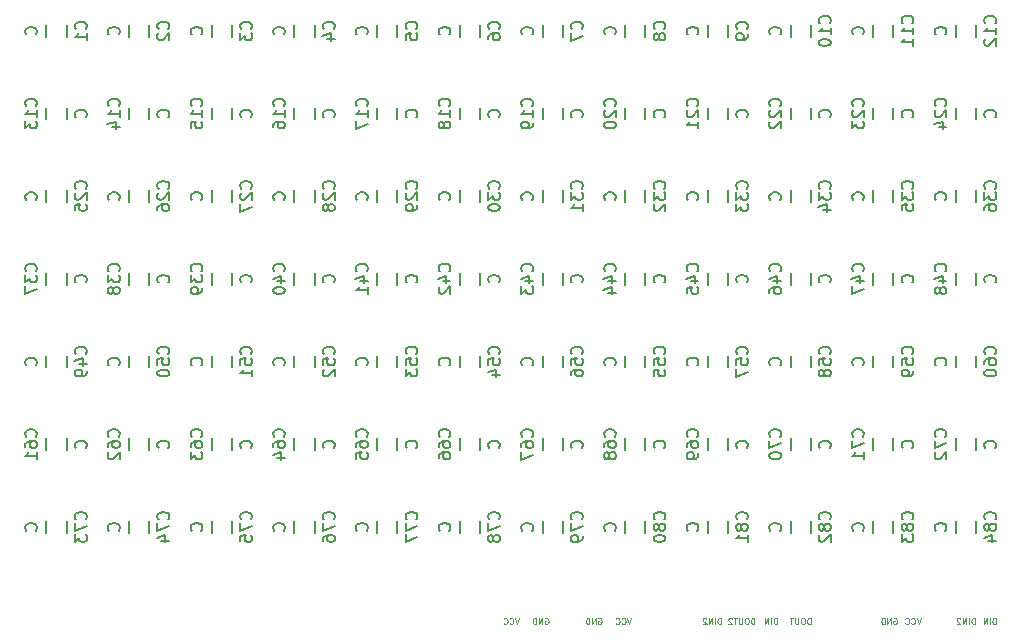
<source format=gbr>
G04 #@! TF.FileFunction,Legend,Bot*
%FSLAX46Y46*%
G04 Gerber Fmt 4.6, Leading zero omitted, Abs format (unit mm)*
G04 Created by KiCad (PCBNEW (2015-02-14 BZR 5415)-product) date jeu. 05 mars 2015 17:02:38 CET*
%MOMM*%
G01*
G04 APERTURE LIST*
%ADD10C,0.100000*%
%ADD11C,0.125000*%
%ADD12C,0.150000*%
G04 APERTURE END LIST*
D10*
D11*
X101011904Y-70226190D02*
X101011904Y-69726190D01*
X100892857Y-69726190D01*
X100821428Y-69750000D01*
X100773809Y-69797619D01*
X100750000Y-69845238D01*
X100726190Y-69940476D01*
X100726190Y-70011905D01*
X100750000Y-70107143D01*
X100773809Y-70154762D01*
X100821428Y-70202381D01*
X100892857Y-70226190D01*
X101011904Y-70226190D01*
X100511904Y-70226190D02*
X100511904Y-69726190D01*
X100273809Y-70226190D02*
X100273809Y-69726190D01*
X99988095Y-70226190D01*
X99988095Y-69726190D01*
X99249999Y-70226190D02*
X99249999Y-69726190D01*
X99130952Y-69726190D01*
X99059523Y-69750000D01*
X99011904Y-69797619D01*
X98988095Y-69845238D01*
X98964285Y-69940476D01*
X98964285Y-70011905D01*
X98988095Y-70107143D01*
X99011904Y-70154762D01*
X99059523Y-70202381D01*
X99130952Y-70226190D01*
X99249999Y-70226190D01*
X98749999Y-70226190D02*
X98749999Y-69726190D01*
X98511904Y-70226190D02*
X98511904Y-69726190D01*
X98226190Y-70226190D01*
X98226190Y-69726190D01*
X98011904Y-69773810D02*
X97988094Y-69750000D01*
X97940475Y-69726190D01*
X97821428Y-69726190D01*
X97773809Y-69750000D01*
X97749999Y-69773810D01*
X97726190Y-69821429D01*
X97726190Y-69869048D01*
X97749999Y-69940476D01*
X98035713Y-70226190D01*
X97726190Y-70226190D01*
X94666666Y-69726190D02*
X94499999Y-70226190D01*
X94333333Y-69726190D01*
X93880952Y-70178571D02*
X93904762Y-70202381D01*
X93976190Y-70226190D01*
X94023809Y-70226190D01*
X94095238Y-70202381D01*
X94142857Y-70154762D01*
X94166666Y-70107143D01*
X94190476Y-70011905D01*
X94190476Y-69940476D01*
X94166666Y-69845238D01*
X94142857Y-69797619D01*
X94095238Y-69750000D01*
X94023809Y-69726190D01*
X93976190Y-69726190D01*
X93904762Y-69750000D01*
X93880952Y-69773810D01*
X93380952Y-70178571D02*
X93404762Y-70202381D01*
X93476190Y-70226190D01*
X93523809Y-70226190D01*
X93595238Y-70202381D01*
X93642857Y-70154762D01*
X93666666Y-70107143D01*
X93690476Y-70011905D01*
X93690476Y-69940476D01*
X93666666Y-69845238D01*
X93642857Y-69797619D01*
X93595238Y-69750000D01*
X93523809Y-69726190D01*
X93476190Y-69726190D01*
X93404762Y-69750000D01*
X93380952Y-69773810D01*
X92380953Y-69750000D02*
X92428572Y-69726190D01*
X92500000Y-69726190D01*
X92571429Y-69750000D01*
X92619048Y-69797619D01*
X92642857Y-69845238D01*
X92666667Y-69940476D01*
X92666667Y-70011905D01*
X92642857Y-70107143D01*
X92619048Y-70154762D01*
X92571429Y-70202381D01*
X92500000Y-70226190D01*
X92452381Y-70226190D01*
X92380953Y-70202381D01*
X92357143Y-70178571D01*
X92357143Y-70011905D01*
X92452381Y-70011905D01*
X92142857Y-70226190D02*
X92142857Y-69726190D01*
X91857143Y-70226190D01*
X91857143Y-69726190D01*
X91619047Y-70226190D02*
X91619047Y-69726190D01*
X91500000Y-69726190D01*
X91428571Y-69750000D01*
X91380952Y-69797619D01*
X91357143Y-69845238D01*
X91333333Y-69940476D01*
X91333333Y-70011905D01*
X91357143Y-70107143D01*
X91380952Y-70154762D01*
X91428571Y-70202381D01*
X91500000Y-70226190D01*
X91619047Y-70226190D01*
X85345238Y-70226190D02*
X85345238Y-69726190D01*
X85226191Y-69726190D01*
X85154762Y-69750000D01*
X85107143Y-69797619D01*
X85083334Y-69845238D01*
X85059524Y-69940476D01*
X85059524Y-70011905D01*
X85083334Y-70107143D01*
X85107143Y-70154762D01*
X85154762Y-70202381D01*
X85226191Y-70226190D01*
X85345238Y-70226190D01*
X84750000Y-69726190D02*
X84654762Y-69726190D01*
X84607143Y-69750000D01*
X84559524Y-69797619D01*
X84535715Y-69892857D01*
X84535715Y-70059524D01*
X84559524Y-70154762D01*
X84607143Y-70202381D01*
X84654762Y-70226190D01*
X84750000Y-70226190D01*
X84797619Y-70202381D01*
X84845238Y-70154762D01*
X84869048Y-70059524D01*
X84869048Y-69892857D01*
X84845238Y-69797619D01*
X84797619Y-69750000D01*
X84750000Y-69726190D01*
X84321428Y-69726190D02*
X84321428Y-70130952D01*
X84297619Y-70178571D01*
X84273809Y-70202381D01*
X84226190Y-70226190D01*
X84130952Y-70226190D01*
X84083333Y-70202381D01*
X84059524Y-70178571D01*
X84035714Y-70130952D01*
X84035714Y-69726190D01*
X83869047Y-69726190D02*
X83583333Y-69726190D01*
X83726190Y-70226190D02*
X83726190Y-69726190D01*
X82511904Y-70226190D02*
X82511904Y-69726190D01*
X82392857Y-69726190D01*
X82321428Y-69750000D01*
X82273809Y-69797619D01*
X82250000Y-69845238D01*
X82226190Y-69940476D01*
X82226190Y-70011905D01*
X82250000Y-70107143D01*
X82273809Y-70154762D01*
X82321428Y-70202381D01*
X82392857Y-70226190D01*
X82511904Y-70226190D01*
X82011904Y-70226190D02*
X82011904Y-69726190D01*
X81773809Y-70226190D02*
X81773809Y-69726190D01*
X81488095Y-70226190D01*
X81488095Y-69726190D01*
X80583333Y-70226190D02*
X80583333Y-69726190D01*
X80464286Y-69726190D01*
X80392857Y-69750000D01*
X80345238Y-69797619D01*
X80321429Y-69845238D01*
X80297619Y-69940476D01*
X80297619Y-70011905D01*
X80321429Y-70107143D01*
X80345238Y-70154762D01*
X80392857Y-70202381D01*
X80464286Y-70226190D01*
X80583333Y-70226190D01*
X79988095Y-69726190D02*
X79892857Y-69726190D01*
X79845238Y-69750000D01*
X79797619Y-69797619D01*
X79773810Y-69892857D01*
X79773810Y-70059524D01*
X79797619Y-70154762D01*
X79845238Y-70202381D01*
X79892857Y-70226190D01*
X79988095Y-70226190D01*
X80035714Y-70202381D01*
X80083333Y-70154762D01*
X80107143Y-70059524D01*
X80107143Y-69892857D01*
X80083333Y-69797619D01*
X80035714Y-69750000D01*
X79988095Y-69726190D01*
X79559523Y-69726190D02*
X79559523Y-70130952D01*
X79535714Y-70178571D01*
X79511904Y-70202381D01*
X79464285Y-70226190D01*
X79369047Y-70226190D01*
X79321428Y-70202381D01*
X79297619Y-70178571D01*
X79273809Y-70130952D01*
X79273809Y-69726190D01*
X79107142Y-69726190D02*
X78821428Y-69726190D01*
X78964285Y-70226190D02*
X78964285Y-69726190D01*
X78678571Y-69773810D02*
X78654761Y-69750000D01*
X78607142Y-69726190D01*
X78488095Y-69726190D01*
X78440476Y-69750000D01*
X78416666Y-69773810D01*
X78392857Y-69821429D01*
X78392857Y-69869048D01*
X78416666Y-69940476D01*
X78702380Y-70226190D01*
X78392857Y-70226190D01*
X77749999Y-70226190D02*
X77749999Y-69726190D01*
X77630952Y-69726190D01*
X77559523Y-69750000D01*
X77511904Y-69797619D01*
X77488095Y-69845238D01*
X77464285Y-69940476D01*
X77464285Y-70011905D01*
X77488095Y-70107143D01*
X77511904Y-70154762D01*
X77559523Y-70202381D01*
X77630952Y-70226190D01*
X77749999Y-70226190D01*
X77249999Y-70226190D02*
X77249999Y-69726190D01*
X77011904Y-70226190D02*
X77011904Y-69726190D01*
X76726190Y-70226190D01*
X76726190Y-69726190D01*
X76511904Y-69773810D02*
X76488094Y-69750000D01*
X76440475Y-69726190D01*
X76321428Y-69726190D01*
X76273809Y-69750000D01*
X76249999Y-69773810D01*
X76226190Y-69821429D01*
X76226190Y-69869048D01*
X76249999Y-69940476D01*
X76535713Y-70226190D01*
X76226190Y-70226190D01*
X70166666Y-69726190D02*
X69999999Y-70226190D01*
X69833333Y-69726190D01*
X69380952Y-70178571D02*
X69404762Y-70202381D01*
X69476190Y-70226190D01*
X69523809Y-70226190D01*
X69595238Y-70202381D01*
X69642857Y-70154762D01*
X69666666Y-70107143D01*
X69690476Y-70011905D01*
X69690476Y-69940476D01*
X69666666Y-69845238D01*
X69642857Y-69797619D01*
X69595238Y-69750000D01*
X69523809Y-69726190D01*
X69476190Y-69726190D01*
X69404762Y-69750000D01*
X69380952Y-69773810D01*
X68880952Y-70178571D02*
X68904762Y-70202381D01*
X68976190Y-70226190D01*
X69023809Y-70226190D01*
X69095238Y-70202381D01*
X69142857Y-70154762D01*
X69166666Y-70107143D01*
X69190476Y-70011905D01*
X69190476Y-69940476D01*
X69166666Y-69845238D01*
X69142857Y-69797619D01*
X69095238Y-69750000D01*
X69023809Y-69726190D01*
X68976190Y-69726190D01*
X68904762Y-69750000D01*
X68880952Y-69773810D01*
X67380953Y-69750000D02*
X67428572Y-69726190D01*
X67500000Y-69726190D01*
X67571429Y-69750000D01*
X67619048Y-69797619D01*
X67642857Y-69845238D01*
X67666667Y-69940476D01*
X67666667Y-70011905D01*
X67642857Y-70107143D01*
X67619048Y-70154762D01*
X67571429Y-70202381D01*
X67500000Y-70226190D01*
X67452381Y-70226190D01*
X67380953Y-70202381D01*
X67357143Y-70178571D01*
X67357143Y-70011905D01*
X67452381Y-70011905D01*
X67142857Y-70226190D02*
X67142857Y-69726190D01*
X66857143Y-70226190D01*
X66857143Y-69726190D01*
X66619047Y-70226190D02*
X66619047Y-69726190D01*
X66500000Y-69726190D01*
X66428571Y-69750000D01*
X66380952Y-69797619D01*
X66357143Y-69845238D01*
X66333333Y-69940476D01*
X66333333Y-70011905D01*
X66357143Y-70107143D01*
X66380952Y-70154762D01*
X66428571Y-70202381D01*
X66500000Y-70226190D01*
X66619047Y-70226190D01*
X62880953Y-69750000D02*
X62928572Y-69726190D01*
X63000000Y-69726190D01*
X63071429Y-69750000D01*
X63119048Y-69797619D01*
X63142857Y-69845238D01*
X63166667Y-69940476D01*
X63166667Y-70011905D01*
X63142857Y-70107143D01*
X63119048Y-70154762D01*
X63071429Y-70202381D01*
X63000000Y-70226190D01*
X62952381Y-70226190D01*
X62880953Y-70202381D01*
X62857143Y-70178571D01*
X62857143Y-70011905D01*
X62952381Y-70011905D01*
X62642857Y-70226190D02*
X62642857Y-69726190D01*
X62357143Y-70226190D01*
X62357143Y-69726190D01*
X62119047Y-70226190D02*
X62119047Y-69726190D01*
X62000000Y-69726190D01*
X61928571Y-69750000D01*
X61880952Y-69797619D01*
X61857143Y-69845238D01*
X61833333Y-69940476D01*
X61833333Y-70011905D01*
X61857143Y-70107143D01*
X61880952Y-70154762D01*
X61928571Y-70202381D01*
X62000000Y-70226190D01*
X62119047Y-70226190D01*
X60666666Y-69726190D02*
X60499999Y-70226190D01*
X60333333Y-69726190D01*
X59880952Y-70178571D02*
X59904762Y-70202381D01*
X59976190Y-70226190D01*
X60023809Y-70226190D01*
X60095238Y-70202381D01*
X60142857Y-70154762D01*
X60166666Y-70107143D01*
X60190476Y-70011905D01*
X60190476Y-69940476D01*
X60166666Y-69845238D01*
X60142857Y-69797619D01*
X60095238Y-69750000D01*
X60023809Y-69726190D01*
X59976190Y-69726190D01*
X59904762Y-69750000D01*
X59880952Y-69773810D01*
X59380952Y-70178571D02*
X59404762Y-70202381D01*
X59476190Y-70226190D01*
X59523809Y-70226190D01*
X59595238Y-70202381D01*
X59642857Y-70154762D01*
X59666666Y-70107143D01*
X59690476Y-70011905D01*
X59690476Y-69940476D01*
X59666666Y-69845238D01*
X59642857Y-69797619D01*
X59595238Y-69750000D01*
X59523809Y-69726190D01*
X59476190Y-69726190D01*
X59404762Y-69750000D01*
X59380952Y-69773810D01*
D12*
X22350000Y-19500000D02*
X22350000Y-20500000D01*
X20650000Y-20500000D02*
X20650000Y-19500000D01*
X29350000Y-19500000D02*
X29350000Y-20500000D01*
X27650000Y-20500000D02*
X27650000Y-19500000D01*
X36350000Y-19500000D02*
X36350000Y-20500000D01*
X34650000Y-20500000D02*
X34650000Y-19500000D01*
X43350000Y-19500000D02*
X43350000Y-20500000D01*
X41650000Y-20500000D02*
X41650000Y-19500000D01*
X50350000Y-19500000D02*
X50350000Y-20500000D01*
X48650000Y-20500000D02*
X48650000Y-19500000D01*
X57350000Y-19500000D02*
X57350000Y-20500000D01*
X55650000Y-20500000D02*
X55650000Y-19500000D01*
X64350000Y-19500000D02*
X64350000Y-20500000D01*
X62650000Y-20500000D02*
X62650000Y-19500000D01*
X71350000Y-19500000D02*
X71350000Y-20500000D01*
X69650000Y-20500000D02*
X69650000Y-19500000D01*
X78350000Y-19500000D02*
X78350000Y-20500000D01*
X76650000Y-20500000D02*
X76650000Y-19500000D01*
X85350000Y-19500000D02*
X85350000Y-20500000D01*
X83650000Y-20500000D02*
X83650000Y-19500000D01*
X92350000Y-19500000D02*
X92350000Y-20500000D01*
X90650000Y-20500000D02*
X90650000Y-19500000D01*
X99350000Y-19500000D02*
X99350000Y-20500000D01*
X97650000Y-20500000D02*
X97650000Y-19500000D01*
X20650000Y-27500000D02*
X20650000Y-26500000D01*
X22350000Y-26500000D02*
X22350000Y-27500000D01*
X27650000Y-27500000D02*
X27650000Y-26500000D01*
X29350000Y-26500000D02*
X29350000Y-27500000D01*
X34650000Y-27500000D02*
X34650000Y-26500000D01*
X36350000Y-26500000D02*
X36350000Y-27500000D01*
X41650000Y-27500000D02*
X41650000Y-26500000D01*
X43350000Y-26500000D02*
X43350000Y-27500000D01*
X48650000Y-27500000D02*
X48650000Y-26500000D01*
X50350000Y-26500000D02*
X50350000Y-27500000D01*
X55650000Y-27500000D02*
X55650000Y-26500000D01*
X57350000Y-26500000D02*
X57350000Y-27500000D01*
X62650000Y-27500000D02*
X62650000Y-26500000D01*
X64350000Y-26500000D02*
X64350000Y-27500000D01*
X69650000Y-27500000D02*
X69650000Y-26500000D01*
X71350000Y-26500000D02*
X71350000Y-27500000D01*
X76650000Y-27500000D02*
X76650000Y-26500000D01*
X78350000Y-26500000D02*
X78350000Y-27500000D01*
X83650000Y-27500000D02*
X83650000Y-26500000D01*
X85350000Y-26500000D02*
X85350000Y-27500000D01*
X90650000Y-27500000D02*
X90650000Y-26500000D01*
X92350000Y-26500000D02*
X92350000Y-27500000D01*
X97650000Y-27500000D02*
X97650000Y-26500000D01*
X99350000Y-26500000D02*
X99350000Y-27500000D01*
X22350000Y-33500000D02*
X22350000Y-34500000D01*
X20650000Y-34500000D02*
X20650000Y-33500000D01*
X29350000Y-33500000D02*
X29350000Y-34500000D01*
X27650000Y-34500000D02*
X27650000Y-33500000D01*
X36350000Y-33500000D02*
X36350000Y-34500000D01*
X34650000Y-34500000D02*
X34650000Y-33500000D01*
X43350000Y-33500000D02*
X43350000Y-34500000D01*
X41650000Y-34500000D02*
X41650000Y-33500000D01*
X50350000Y-33500000D02*
X50350000Y-34500000D01*
X48650000Y-34500000D02*
X48650000Y-33500000D01*
X57350000Y-33500000D02*
X57350000Y-34500000D01*
X55650000Y-34500000D02*
X55650000Y-33500000D01*
X64350000Y-33500000D02*
X64350000Y-34500000D01*
X62650000Y-34500000D02*
X62650000Y-33500000D01*
X71350000Y-33500000D02*
X71350000Y-34500000D01*
X69650000Y-34500000D02*
X69650000Y-33500000D01*
X78350000Y-33500000D02*
X78350000Y-34500000D01*
X76650000Y-34500000D02*
X76650000Y-33500000D01*
X85350000Y-33500000D02*
X85350000Y-34500000D01*
X83650000Y-34500000D02*
X83650000Y-33500000D01*
X92350000Y-33500000D02*
X92350000Y-34500000D01*
X90650000Y-34500000D02*
X90650000Y-33500000D01*
X99350000Y-33500000D02*
X99350000Y-34500000D01*
X97650000Y-34500000D02*
X97650000Y-33500000D01*
X20650000Y-41500000D02*
X20650000Y-40500000D01*
X22350000Y-40500000D02*
X22350000Y-41500000D01*
X27650000Y-41500000D02*
X27650000Y-40500000D01*
X29350000Y-40500000D02*
X29350000Y-41500000D01*
X34650000Y-41500000D02*
X34650000Y-40500000D01*
X36350000Y-40500000D02*
X36350000Y-41500000D01*
X41650000Y-41500000D02*
X41650000Y-40500000D01*
X43350000Y-40500000D02*
X43350000Y-41500000D01*
X48650000Y-41500000D02*
X48650000Y-40500000D01*
X50350000Y-40500000D02*
X50350000Y-41500000D01*
X55650000Y-41500000D02*
X55650000Y-40500000D01*
X57350000Y-40500000D02*
X57350000Y-41500000D01*
X62650000Y-41500000D02*
X62650000Y-40500000D01*
X64350000Y-40500000D02*
X64350000Y-41500000D01*
X69650000Y-41500000D02*
X69650000Y-40500000D01*
X71350000Y-40500000D02*
X71350000Y-41500000D01*
X76650000Y-41500000D02*
X76650000Y-40500000D01*
X78350000Y-40500000D02*
X78350000Y-41500000D01*
X83650000Y-41500000D02*
X83650000Y-40500000D01*
X85350000Y-40500000D02*
X85350000Y-41500000D01*
X90650000Y-41500000D02*
X90650000Y-40500000D01*
X92350000Y-40500000D02*
X92350000Y-41500000D01*
X97650000Y-41500000D02*
X97650000Y-40500000D01*
X99350000Y-40500000D02*
X99350000Y-41500000D01*
X22350000Y-47500000D02*
X22350000Y-48500000D01*
X20650000Y-48500000D02*
X20650000Y-47500000D01*
X29350000Y-47500000D02*
X29350000Y-48500000D01*
X27650000Y-48500000D02*
X27650000Y-47500000D01*
X36350000Y-47500000D02*
X36350000Y-48500000D01*
X34650000Y-48500000D02*
X34650000Y-47500000D01*
X43350000Y-47500000D02*
X43350000Y-48500000D01*
X41650000Y-48500000D02*
X41650000Y-47500000D01*
X50350000Y-47500000D02*
X50350000Y-48500000D01*
X48650000Y-48500000D02*
X48650000Y-47500000D01*
X57350000Y-47500000D02*
X57350000Y-48500000D01*
X55650000Y-48500000D02*
X55650000Y-47500000D01*
X71350000Y-47500000D02*
X71350000Y-48500000D01*
X69650000Y-48500000D02*
X69650000Y-47500000D01*
X64350000Y-47500000D02*
X64350000Y-48500000D01*
X62650000Y-48500000D02*
X62650000Y-47500000D01*
X78350000Y-47500000D02*
X78350000Y-48500000D01*
X76650000Y-48500000D02*
X76650000Y-47500000D01*
X85350000Y-47500000D02*
X85350000Y-48500000D01*
X83650000Y-48500000D02*
X83650000Y-47500000D01*
X92350000Y-47500000D02*
X92350000Y-48500000D01*
X90650000Y-48500000D02*
X90650000Y-47500000D01*
X99350000Y-47500000D02*
X99350000Y-48500000D01*
X97650000Y-48500000D02*
X97650000Y-47500000D01*
X20650000Y-55500000D02*
X20650000Y-54500000D01*
X22350000Y-54500000D02*
X22350000Y-55500000D01*
X27650000Y-55500000D02*
X27650000Y-54500000D01*
X29350000Y-54500000D02*
X29350000Y-55500000D01*
X34650000Y-55500000D02*
X34650000Y-54500000D01*
X36350000Y-54500000D02*
X36350000Y-55500000D01*
X41650000Y-55500000D02*
X41650000Y-54500000D01*
X43350000Y-54500000D02*
X43350000Y-55500000D01*
X48650000Y-55500000D02*
X48650000Y-54500000D01*
X50350000Y-54500000D02*
X50350000Y-55500000D01*
X55650000Y-55500000D02*
X55650000Y-54500000D01*
X57350000Y-54500000D02*
X57350000Y-55500000D01*
X62650000Y-55500000D02*
X62650000Y-54500000D01*
X64350000Y-54500000D02*
X64350000Y-55500000D01*
X69650000Y-55500000D02*
X69650000Y-54500000D01*
X71350000Y-54500000D02*
X71350000Y-55500000D01*
X76650000Y-55500000D02*
X76650000Y-54500000D01*
X78350000Y-54500000D02*
X78350000Y-55500000D01*
X83650000Y-55500000D02*
X83650000Y-54500000D01*
X85350000Y-54500000D02*
X85350000Y-55500000D01*
X90650000Y-55500000D02*
X90650000Y-54500000D01*
X92350000Y-54500000D02*
X92350000Y-55500000D01*
X97650000Y-55500000D02*
X97650000Y-54500000D01*
X99350000Y-54500000D02*
X99350000Y-55500000D01*
X22350000Y-61500000D02*
X22350000Y-62500000D01*
X20650000Y-62500000D02*
X20650000Y-61500000D01*
X29350000Y-61500000D02*
X29350000Y-62500000D01*
X27650000Y-62500000D02*
X27650000Y-61500000D01*
X36350000Y-61500000D02*
X36350000Y-62500000D01*
X34650000Y-62500000D02*
X34650000Y-61500000D01*
X43350000Y-61500000D02*
X43350000Y-62500000D01*
X41650000Y-62500000D02*
X41650000Y-61500000D01*
X50350000Y-61500000D02*
X50350000Y-62500000D01*
X48650000Y-62500000D02*
X48650000Y-61500000D01*
X57350000Y-61500000D02*
X57350000Y-62500000D01*
X55650000Y-62500000D02*
X55650000Y-61500000D01*
X64350000Y-61500000D02*
X64350000Y-62500000D01*
X62650000Y-62500000D02*
X62650000Y-61500000D01*
X71350000Y-61500000D02*
X71350000Y-62500000D01*
X69650000Y-62500000D02*
X69650000Y-61500000D01*
X78350000Y-61500000D02*
X78350000Y-62500000D01*
X76650000Y-62500000D02*
X76650000Y-61500000D01*
X85350000Y-61500000D02*
X85350000Y-62500000D01*
X83650000Y-62500000D02*
X83650000Y-61500000D01*
X92350000Y-61500000D02*
X92350000Y-62500000D01*
X90650000Y-62500000D02*
X90650000Y-61500000D01*
X99350000Y-61500000D02*
X99350000Y-62500000D01*
X97650000Y-62500000D02*
X97650000Y-61500000D01*
X23957143Y-19833334D02*
X24004762Y-19785715D01*
X24052381Y-19642858D01*
X24052381Y-19547620D01*
X24004762Y-19404762D01*
X23909524Y-19309524D01*
X23814286Y-19261905D01*
X23623810Y-19214286D01*
X23480952Y-19214286D01*
X23290476Y-19261905D01*
X23195238Y-19309524D01*
X23100000Y-19404762D01*
X23052381Y-19547620D01*
X23052381Y-19642858D01*
X23100000Y-19785715D01*
X23147619Y-19833334D01*
X24052381Y-20785715D02*
X24052381Y-20214286D01*
X24052381Y-20500000D02*
X23052381Y-20500000D01*
X23195238Y-20404762D01*
X23290476Y-20309524D01*
X23338095Y-20214286D01*
X19757143Y-20309524D02*
X19804762Y-20261905D01*
X19852381Y-20119048D01*
X19852381Y-20023810D01*
X19804762Y-19880952D01*
X19709524Y-19785714D01*
X19614286Y-19738095D01*
X19423810Y-19690476D01*
X19280952Y-19690476D01*
X19090476Y-19738095D01*
X18995238Y-19785714D01*
X18900000Y-19880952D01*
X18852381Y-20023810D01*
X18852381Y-20119048D01*
X18900000Y-20261905D01*
X18947619Y-20309524D01*
X30957143Y-19833334D02*
X31004762Y-19785715D01*
X31052381Y-19642858D01*
X31052381Y-19547620D01*
X31004762Y-19404762D01*
X30909524Y-19309524D01*
X30814286Y-19261905D01*
X30623810Y-19214286D01*
X30480952Y-19214286D01*
X30290476Y-19261905D01*
X30195238Y-19309524D01*
X30100000Y-19404762D01*
X30052381Y-19547620D01*
X30052381Y-19642858D01*
X30100000Y-19785715D01*
X30147619Y-19833334D01*
X30147619Y-20214286D02*
X30100000Y-20261905D01*
X30052381Y-20357143D01*
X30052381Y-20595239D01*
X30100000Y-20690477D01*
X30147619Y-20738096D01*
X30242857Y-20785715D01*
X30338095Y-20785715D01*
X30480952Y-20738096D01*
X31052381Y-20166667D01*
X31052381Y-20785715D01*
X26757143Y-20309524D02*
X26804762Y-20261905D01*
X26852381Y-20119048D01*
X26852381Y-20023810D01*
X26804762Y-19880952D01*
X26709524Y-19785714D01*
X26614286Y-19738095D01*
X26423810Y-19690476D01*
X26280952Y-19690476D01*
X26090476Y-19738095D01*
X25995238Y-19785714D01*
X25900000Y-19880952D01*
X25852381Y-20023810D01*
X25852381Y-20119048D01*
X25900000Y-20261905D01*
X25947619Y-20309524D01*
X37957143Y-19833334D02*
X38004762Y-19785715D01*
X38052381Y-19642858D01*
X38052381Y-19547620D01*
X38004762Y-19404762D01*
X37909524Y-19309524D01*
X37814286Y-19261905D01*
X37623810Y-19214286D01*
X37480952Y-19214286D01*
X37290476Y-19261905D01*
X37195238Y-19309524D01*
X37100000Y-19404762D01*
X37052381Y-19547620D01*
X37052381Y-19642858D01*
X37100000Y-19785715D01*
X37147619Y-19833334D01*
X37052381Y-20166667D02*
X37052381Y-20785715D01*
X37433333Y-20452381D01*
X37433333Y-20595239D01*
X37480952Y-20690477D01*
X37528571Y-20738096D01*
X37623810Y-20785715D01*
X37861905Y-20785715D01*
X37957143Y-20738096D01*
X38004762Y-20690477D01*
X38052381Y-20595239D01*
X38052381Y-20309524D01*
X38004762Y-20214286D01*
X37957143Y-20166667D01*
X33757143Y-20309524D02*
X33804762Y-20261905D01*
X33852381Y-20119048D01*
X33852381Y-20023810D01*
X33804762Y-19880952D01*
X33709524Y-19785714D01*
X33614286Y-19738095D01*
X33423810Y-19690476D01*
X33280952Y-19690476D01*
X33090476Y-19738095D01*
X32995238Y-19785714D01*
X32900000Y-19880952D01*
X32852381Y-20023810D01*
X32852381Y-20119048D01*
X32900000Y-20261905D01*
X32947619Y-20309524D01*
X44957143Y-19833334D02*
X45004762Y-19785715D01*
X45052381Y-19642858D01*
X45052381Y-19547620D01*
X45004762Y-19404762D01*
X44909524Y-19309524D01*
X44814286Y-19261905D01*
X44623810Y-19214286D01*
X44480952Y-19214286D01*
X44290476Y-19261905D01*
X44195238Y-19309524D01*
X44100000Y-19404762D01*
X44052381Y-19547620D01*
X44052381Y-19642858D01*
X44100000Y-19785715D01*
X44147619Y-19833334D01*
X44385714Y-20690477D02*
X45052381Y-20690477D01*
X44004762Y-20452381D02*
X44719048Y-20214286D01*
X44719048Y-20833334D01*
X40757143Y-20309524D02*
X40804762Y-20261905D01*
X40852381Y-20119048D01*
X40852381Y-20023810D01*
X40804762Y-19880952D01*
X40709524Y-19785714D01*
X40614286Y-19738095D01*
X40423810Y-19690476D01*
X40280952Y-19690476D01*
X40090476Y-19738095D01*
X39995238Y-19785714D01*
X39900000Y-19880952D01*
X39852381Y-20023810D01*
X39852381Y-20119048D01*
X39900000Y-20261905D01*
X39947619Y-20309524D01*
X51957143Y-19833334D02*
X52004762Y-19785715D01*
X52052381Y-19642858D01*
X52052381Y-19547620D01*
X52004762Y-19404762D01*
X51909524Y-19309524D01*
X51814286Y-19261905D01*
X51623810Y-19214286D01*
X51480952Y-19214286D01*
X51290476Y-19261905D01*
X51195238Y-19309524D01*
X51100000Y-19404762D01*
X51052381Y-19547620D01*
X51052381Y-19642858D01*
X51100000Y-19785715D01*
X51147619Y-19833334D01*
X51052381Y-20738096D02*
X51052381Y-20261905D01*
X51528571Y-20214286D01*
X51480952Y-20261905D01*
X51433333Y-20357143D01*
X51433333Y-20595239D01*
X51480952Y-20690477D01*
X51528571Y-20738096D01*
X51623810Y-20785715D01*
X51861905Y-20785715D01*
X51957143Y-20738096D01*
X52004762Y-20690477D01*
X52052381Y-20595239D01*
X52052381Y-20357143D01*
X52004762Y-20261905D01*
X51957143Y-20214286D01*
X47757143Y-20309524D02*
X47804762Y-20261905D01*
X47852381Y-20119048D01*
X47852381Y-20023810D01*
X47804762Y-19880952D01*
X47709524Y-19785714D01*
X47614286Y-19738095D01*
X47423810Y-19690476D01*
X47280952Y-19690476D01*
X47090476Y-19738095D01*
X46995238Y-19785714D01*
X46900000Y-19880952D01*
X46852381Y-20023810D01*
X46852381Y-20119048D01*
X46900000Y-20261905D01*
X46947619Y-20309524D01*
X58957143Y-19833334D02*
X59004762Y-19785715D01*
X59052381Y-19642858D01*
X59052381Y-19547620D01*
X59004762Y-19404762D01*
X58909524Y-19309524D01*
X58814286Y-19261905D01*
X58623810Y-19214286D01*
X58480952Y-19214286D01*
X58290476Y-19261905D01*
X58195238Y-19309524D01*
X58100000Y-19404762D01*
X58052381Y-19547620D01*
X58052381Y-19642858D01*
X58100000Y-19785715D01*
X58147619Y-19833334D01*
X58052381Y-20690477D02*
X58052381Y-20500000D01*
X58100000Y-20404762D01*
X58147619Y-20357143D01*
X58290476Y-20261905D01*
X58480952Y-20214286D01*
X58861905Y-20214286D01*
X58957143Y-20261905D01*
X59004762Y-20309524D01*
X59052381Y-20404762D01*
X59052381Y-20595239D01*
X59004762Y-20690477D01*
X58957143Y-20738096D01*
X58861905Y-20785715D01*
X58623810Y-20785715D01*
X58528571Y-20738096D01*
X58480952Y-20690477D01*
X58433333Y-20595239D01*
X58433333Y-20404762D01*
X58480952Y-20309524D01*
X58528571Y-20261905D01*
X58623810Y-20214286D01*
X54757143Y-20309524D02*
X54804762Y-20261905D01*
X54852381Y-20119048D01*
X54852381Y-20023810D01*
X54804762Y-19880952D01*
X54709524Y-19785714D01*
X54614286Y-19738095D01*
X54423810Y-19690476D01*
X54280952Y-19690476D01*
X54090476Y-19738095D01*
X53995238Y-19785714D01*
X53900000Y-19880952D01*
X53852381Y-20023810D01*
X53852381Y-20119048D01*
X53900000Y-20261905D01*
X53947619Y-20309524D01*
X65957143Y-19833334D02*
X66004762Y-19785715D01*
X66052381Y-19642858D01*
X66052381Y-19547620D01*
X66004762Y-19404762D01*
X65909524Y-19309524D01*
X65814286Y-19261905D01*
X65623810Y-19214286D01*
X65480952Y-19214286D01*
X65290476Y-19261905D01*
X65195238Y-19309524D01*
X65100000Y-19404762D01*
X65052381Y-19547620D01*
X65052381Y-19642858D01*
X65100000Y-19785715D01*
X65147619Y-19833334D01*
X65052381Y-20166667D02*
X65052381Y-20833334D01*
X66052381Y-20404762D01*
X61757143Y-20309524D02*
X61804762Y-20261905D01*
X61852381Y-20119048D01*
X61852381Y-20023810D01*
X61804762Y-19880952D01*
X61709524Y-19785714D01*
X61614286Y-19738095D01*
X61423810Y-19690476D01*
X61280952Y-19690476D01*
X61090476Y-19738095D01*
X60995238Y-19785714D01*
X60900000Y-19880952D01*
X60852381Y-20023810D01*
X60852381Y-20119048D01*
X60900000Y-20261905D01*
X60947619Y-20309524D01*
X72957143Y-19833334D02*
X73004762Y-19785715D01*
X73052381Y-19642858D01*
X73052381Y-19547620D01*
X73004762Y-19404762D01*
X72909524Y-19309524D01*
X72814286Y-19261905D01*
X72623810Y-19214286D01*
X72480952Y-19214286D01*
X72290476Y-19261905D01*
X72195238Y-19309524D01*
X72100000Y-19404762D01*
X72052381Y-19547620D01*
X72052381Y-19642858D01*
X72100000Y-19785715D01*
X72147619Y-19833334D01*
X72480952Y-20404762D02*
X72433333Y-20309524D01*
X72385714Y-20261905D01*
X72290476Y-20214286D01*
X72242857Y-20214286D01*
X72147619Y-20261905D01*
X72100000Y-20309524D01*
X72052381Y-20404762D01*
X72052381Y-20595239D01*
X72100000Y-20690477D01*
X72147619Y-20738096D01*
X72242857Y-20785715D01*
X72290476Y-20785715D01*
X72385714Y-20738096D01*
X72433333Y-20690477D01*
X72480952Y-20595239D01*
X72480952Y-20404762D01*
X72528571Y-20309524D01*
X72576190Y-20261905D01*
X72671429Y-20214286D01*
X72861905Y-20214286D01*
X72957143Y-20261905D01*
X73004762Y-20309524D01*
X73052381Y-20404762D01*
X73052381Y-20595239D01*
X73004762Y-20690477D01*
X72957143Y-20738096D01*
X72861905Y-20785715D01*
X72671429Y-20785715D01*
X72576190Y-20738096D01*
X72528571Y-20690477D01*
X72480952Y-20595239D01*
X68757143Y-20309524D02*
X68804762Y-20261905D01*
X68852381Y-20119048D01*
X68852381Y-20023810D01*
X68804762Y-19880952D01*
X68709524Y-19785714D01*
X68614286Y-19738095D01*
X68423810Y-19690476D01*
X68280952Y-19690476D01*
X68090476Y-19738095D01*
X67995238Y-19785714D01*
X67900000Y-19880952D01*
X67852381Y-20023810D01*
X67852381Y-20119048D01*
X67900000Y-20261905D01*
X67947619Y-20309524D01*
X79957143Y-19833334D02*
X80004762Y-19785715D01*
X80052381Y-19642858D01*
X80052381Y-19547620D01*
X80004762Y-19404762D01*
X79909524Y-19309524D01*
X79814286Y-19261905D01*
X79623810Y-19214286D01*
X79480952Y-19214286D01*
X79290476Y-19261905D01*
X79195238Y-19309524D01*
X79100000Y-19404762D01*
X79052381Y-19547620D01*
X79052381Y-19642858D01*
X79100000Y-19785715D01*
X79147619Y-19833334D01*
X80052381Y-20309524D02*
X80052381Y-20500000D01*
X80004762Y-20595239D01*
X79957143Y-20642858D01*
X79814286Y-20738096D01*
X79623810Y-20785715D01*
X79242857Y-20785715D01*
X79147619Y-20738096D01*
X79100000Y-20690477D01*
X79052381Y-20595239D01*
X79052381Y-20404762D01*
X79100000Y-20309524D01*
X79147619Y-20261905D01*
X79242857Y-20214286D01*
X79480952Y-20214286D01*
X79576190Y-20261905D01*
X79623810Y-20309524D01*
X79671429Y-20404762D01*
X79671429Y-20595239D01*
X79623810Y-20690477D01*
X79576190Y-20738096D01*
X79480952Y-20785715D01*
X75757143Y-20309524D02*
X75804762Y-20261905D01*
X75852381Y-20119048D01*
X75852381Y-20023810D01*
X75804762Y-19880952D01*
X75709524Y-19785714D01*
X75614286Y-19738095D01*
X75423810Y-19690476D01*
X75280952Y-19690476D01*
X75090476Y-19738095D01*
X74995238Y-19785714D01*
X74900000Y-19880952D01*
X74852381Y-20023810D01*
X74852381Y-20119048D01*
X74900000Y-20261905D01*
X74947619Y-20309524D01*
X86957143Y-19357143D02*
X87004762Y-19309524D01*
X87052381Y-19166667D01*
X87052381Y-19071429D01*
X87004762Y-18928571D01*
X86909524Y-18833333D01*
X86814286Y-18785714D01*
X86623810Y-18738095D01*
X86480952Y-18738095D01*
X86290476Y-18785714D01*
X86195238Y-18833333D01*
X86100000Y-18928571D01*
X86052381Y-19071429D01*
X86052381Y-19166667D01*
X86100000Y-19309524D01*
X86147619Y-19357143D01*
X87052381Y-20309524D02*
X87052381Y-19738095D01*
X87052381Y-20023809D02*
X86052381Y-20023809D01*
X86195238Y-19928571D01*
X86290476Y-19833333D01*
X86338095Y-19738095D01*
X86052381Y-20928571D02*
X86052381Y-21023810D01*
X86100000Y-21119048D01*
X86147619Y-21166667D01*
X86242857Y-21214286D01*
X86433333Y-21261905D01*
X86671429Y-21261905D01*
X86861905Y-21214286D01*
X86957143Y-21166667D01*
X87004762Y-21119048D01*
X87052381Y-21023810D01*
X87052381Y-20928571D01*
X87004762Y-20833333D01*
X86957143Y-20785714D01*
X86861905Y-20738095D01*
X86671429Y-20690476D01*
X86433333Y-20690476D01*
X86242857Y-20738095D01*
X86147619Y-20785714D01*
X86100000Y-20833333D01*
X86052381Y-20928571D01*
X82757143Y-20309524D02*
X82804762Y-20261905D01*
X82852381Y-20119048D01*
X82852381Y-20023810D01*
X82804762Y-19880952D01*
X82709524Y-19785714D01*
X82614286Y-19738095D01*
X82423810Y-19690476D01*
X82280952Y-19690476D01*
X82090476Y-19738095D01*
X81995238Y-19785714D01*
X81900000Y-19880952D01*
X81852381Y-20023810D01*
X81852381Y-20119048D01*
X81900000Y-20261905D01*
X81947619Y-20309524D01*
X93957143Y-19357143D02*
X94004762Y-19309524D01*
X94052381Y-19166667D01*
X94052381Y-19071429D01*
X94004762Y-18928571D01*
X93909524Y-18833333D01*
X93814286Y-18785714D01*
X93623810Y-18738095D01*
X93480952Y-18738095D01*
X93290476Y-18785714D01*
X93195238Y-18833333D01*
X93100000Y-18928571D01*
X93052381Y-19071429D01*
X93052381Y-19166667D01*
X93100000Y-19309524D01*
X93147619Y-19357143D01*
X94052381Y-20309524D02*
X94052381Y-19738095D01*
X94052381Y-20023809D02*
X93052381Y-20023809D01*
X93195238Y-19928571D01*
X93290476Y-19833333D01*
X93338095Y-19738095D01*
X94052381Y-21261905D02*
X94052381Y-20690476D01*
X94052381Y-20976190D02*
X93052381Y-20976190D01*
X93195238Y-20880952D01*
X93290476Y-20785714D01*
X93338095Y-20690476D01*
X89757143Y-20309524D02*
X89804762Y-20261905D01*
X89852381Y-20119048D01*
X89852381Y-20023810D01*
X89804762Y-19880952D01*
X89709524Y-19785714D01*
X89614286Y-19738095D01*
X89423810Y-19690476D01*
X89280952Y-19690476D01*
X89090476Y-19738095D01*
X88995238Y-19785714D01*
X88900000Y-19880952D01*
X88852381Y-20023810D01*
X88852381Y-20119048D01*
X88900000Y-20261905D01*
X88947619Y-20309524D01*
X100957143Y-19357143D02*
X101004762Y-19309524D01*
X101052381Y-19166667D01*
X101052381Y-19071429D01*
X101004762Y-18928571D01*
X100909524Y-18833333D01*
X100814286Y-18785714D01*
X100623810Y-18738095D01*
X100480952Y-18738095D01*
X100290476Y-18785714D01*
X100195238Y-18833333D01*
X100100000Y-18928571D01*
X100052381Y-19071429D01*
X100052381Y-19166667D01*
X100100000Y-19309524D01*
X100147619Y-19357143D01*
X101052381Y-20309524D02*
X101052381Y-19738095D01*
X101052381Y-20023809D02*
X100052381Y-20023809D01*
X100195238Y-19928571D01*
X100290476Y-19833333D01*
X100338095Y-19738095D01*
X100147619Y-20690476D02*
X100100000Y-20738095D01*
X100052381Y-20833333D01*
X100052381Y-21071429D01*
X100100000Y-21166667D01*
X100147619Y-21214286D01*
X100242857Y-21261905D01*
X100338095Y-21261905D01*
X100480952Y-21214286D01*
X101052381Y-20642857D01*
X101052381Y-21261905D01*
X96757143Y-20309524D02*
X96804762Y-20261905D01*
X96852381Y-20119048D01*
X96852381Y-20023810D01*
X96804762Y-19880952D01*
X96709524Y-19785714D01*
X96614286Y-19738095D01*
X96423810Y-19690476D01*
X96280952Y-19690476D01*
X96090476Y-19738095D01*
X95995238Y-19785714D01*
X95900000Y-19880952D01*
X95852381Y-20023810D01*
X95852381Y-20119048D01*
X95900000Y-20261905D01*
X95947619Y-20309524D01*
X19757143Y-26357143D02*
X19804762Y-26309524D01*
X19852381Y-26166667D01*
X19852381Y-26071429D01*
X19804762Y-25928571D01*
X19709524Y-25833333D01*
X19614286Y-25785714D01*
X19423810Y-25738095D01*
X19280952Y-25738095D01*
X19090476Y-25785714D01*
X18995238Y-25833333D01*
X18900000Y-25928571D01*
X18852381Y-26071429D01*
X18852381Y-26166667D01*
X18900000Y-26309524D01*
X18947619Y-26357143D01*
X19852381Y-27309524D02*
X19852381Y-26738095D01*
X19852381Y-27023809D02*
X18852381Y-27023809D01*
X18995238Y-26928571D01*
X19090476Y-26833333D01*
X19138095Y-26738095D01*
X18852381Y-27642857D02*
X18852381Y-28261905D01*
X19233333Y-27928571D01*
X19233333Y-28071429D01*
X19280952Y-28166667D01*
X19328571Y-28214286D01*
X19423810Y-28261905D01*
X19661905Y-28261905D01*
X19757143Y-28214286D01*
X19804762Y-28166667D01*
X19852381Y-28071429D01*
X19852381Y-27785714D01*
X19804762Y-27690476D01*
X19757143Y-27642857D01*
X23957143Y-27309524D02*
X24004762Y-27261905D01*
X24052381Y-27119048D01*
X24052381Y-27023810D01*
X24004762Y-26880952D01*
X23909524Y-26785714D01*
X23814286Y-26738095D01*
X23623810Y-26690476D01*
X23480952Y-26690476D01*
X23290476Y-26738095D01*
X23195238Y-26785714D01*
X23100000Y-26880952D01*
X23052381Y-27023810D01*
X23052381Y-27119048D01*
X23100000Y-27261905D01*
X23147619Y-27309524D01*
X26757143Y-26357143D02*
X26804762Y-26309524D01*
X26852381Y-26166667D01*
X26852381Y-26071429D01*
X26804762Y-25928571D01*
X26709524Y-25833333D01*
X26614286Y-25785714D01*
X26423810Y-25738095D01*
X26280952Y-25738095D01*
X26090476Y-25785714D01*
X25995238Y-25833333D01*
X25900000Y-25928571D01*
X25852381Y-26071429D01*
X25852381Y-26166667D01*
X25900000Y-26309524D01*
X25947619Y-26357143D01*
X26852381Y-27309524D02*
X26852381Y-26738095D01*
X26852381Y-27023809D02*
X25852381Y-27023809D01*
X25995238Y-26928571D01*
X26090476Y-26833333D01*
X26138095Y-26738095D01*
X26185714Y-28166667D02*
X26852381Y-28166667D01*
X25804762Y-27928571D02*
X26519048Y-27690476D01*
X26519048Y-28309524D01*
X30957143Y-27309524D02*
X31004762Y-27261905D01*
X31052381Y-27119048D01*
X31052381Y-27023810D01*
X31004762Y-26880952D01*
X30909524Y-26785714D01*
X30814286Y-26738095D01*
X30623810Y-26690476D01*
X30480952Y-26690476D01*
X30290476Y-26738095D01*
X30195238Y-26785714D01*
X30100000Y-26880952D01*
X30052381Y-27023810D01*
X30052381Y-27119048D01*
X30100000Y-27261905D01*
X30147619Y-27309524D01*
X33757143Y-26357143D02*
X33804762Y-26309524D01*
X33852381Y-26166667D01*
X33852381Y-26071429D01*
X33804762Y-25928571D01*
X33709524Y-25833333D01*
X33614286Y-25785714D01*
X33423810Y-25738095D01*
X33280952Y-25738095D01*
X33090476Y-25785714D01*
X32995238Y-25833333D01*
X32900000Y-25928571D01*
X32852381Y-26071429D01*
X32852381Y-26166667D01*
X32900000Y-26309524D01*
X32947619Y-26357143D01*
X33852381Y-27309524D02*
X33852381Y-26738095D01*
X33852381Y-27023809D02*
X32852381Y-27023809D01*
X32995238Y-26928571D01*
X33090476Y-26833333D01*
X33138095Y-26738095D01*
X32852381Y-28214286D02*
X32852381Y-27738095D01*
X33328571Y-27690476D01*
X33280952Y-27738095D01*
X33233333Y-27833333D01*
X33233333Y-28071429D01*
X33280952Y-28166667D01*
X33328571Y-28214286D01*
X33423810Y-28261905D01*
X33661905Y-28261905D01*
X33757143Y-28214286D01*
X33804762Y-28166667D01*
X33852381Y-28071429D01*
X33852381Y-27833333D01*
X33804762Y-27738095D01*
X33757143Y-27690476D01*
X37957143Y-27309524D02*
X38004762Y-27261905D01*
X38052381Y-27119048D01*
X38052381Y-27023810D01*
X38004762Y-26880952D01*
X37909524Y-26785714D01*
X37814286Y-26738095D01*
X37623810Y-26690476D01*
X37480952Y-26690476D01*
X37290476Y-26738095D01*
X37195238Y-26785714D01*
X37100000Y-26880952D01*
X37052381Y-27023810D01*
X37052381Y-27119048D01*
X37100000Y-27261905D01*
X37147619Y-27309524D01*
X40757143Y-26357143D02*
X40804762Y-26309524D01*
X40852381Y-26166667D01*
X40852381Y-26071429D01*
X40804762Y-25928571D01*
X40709524Y-25833333D01*
X40614286Y-25785714D01*
X40423810Y-25738095D01*
X40280952Y-25738095D01*
X40090476Y-25785714D01*
X39995238Y-25833333D01*
X39900000Y-25928571D01*
X39852381Y-26071429D01*
X39852381Y-26166667D01*
X39900000Y-26309524D01*
X39947619Y-26357143D01*
X40852381Y-27309524D02*
X40852381Y-26738095D01*
X40852381Y-27023809D02*
X39852381Y-27023809D01*
X39995238Y-26928571D01*
X40090476Y-26833333D01*
X40138095Y-26738095D01*
X39852381Y-28166667D02*
X39852381Y-27976190D01*
X39900000Y-27880952D01*
X39947619Y-27833333D01*
X40090476Y-27738095D01*
X40280952Y-27690476D01*
X40661905Y-27690476D01*
X40757143Y-27738095D01*
X40804762Y-27785714D01*
X40852381Y-27880952D01*
X40852381Y-28071429D01*
X40804762Y-28166667D01*
X40757143Y-28214286D01*
X40661905Y-28261905D01*
X40423810Y-28261905D01*
X40328571Y-28214286D01*
X40280952Y-28166667D01*
X40233333Y-28071429D01*
X40233333Y-27880952D01*
X40280952Y-27785714D01*
X40328571Y-27738095D01*
X40423810Y-27690476D01*
X44957143Y-27309524D02*
X45004762Y-27261905D01*
X45052381Y-27119048D01*
X45052381Y-27023810D01*
X45004762Y-26880952D01*
X44909524Y-26785714D01*
X44814286Y-26738095D01*
X44623810Y-26690476D01*
X44480952Y-26690476D01*
X44290476Y-26738095D01*
X44195238Y-26785714D01*
X44100000Y-26880952D01*
X44052381Y-27023810D01*
X44052381Y-27119048D01*
X44100000Y-27261905D01*
X44147619Y-27309524D01*
X47757143Y-26357143D02*
X47804762Y-26309524D01*
X47852381Y-26166667D01*
X47852381Y-26071429D01*
X47804762Y-25928571D01*
X47709524Y-25833333D01*
X47614286Y-25785714D01*
X47423810Y-25738095D01*
X47280952Y-25738095D01*
X47090476Y-25785714D01*
X46995238Y-25833333D01*
X46900000Y-25928571D01*
X46852381Y-26071429D01*
X46852381Y-26166667D01*
X46900000Y-26309524D01*
X46947619Y-26357143D01*
X47852381Y-27309524D02*
X47852381Y-26738095D01*
X47852381Y-27023809D02*
X46852381Y-27023809D01*
X46995238Y-26928571D01*
X47090476Y-26833333D01*
X47138095Y-26738095D01*
X46852381Y-27642857D02*
X46852381Y-28309524D01*
X47852381Y-27880952D01*
X51957143Y-27309524D02*
X52004762Y-27261905D01*
X52052381Y-27119048D01*
X52052381Y-27023810D01*
X52004762Y-26880952D01*
X51909524Y-26785714D01*
X51814286Y-26738095D01*
X51623810Y-26690476D01*
X51480952Y-26690476D01*
X51290476Y-26738095D01*
X51195238Y-26785714D01*
X51100000Y-26880952D01*
X51052381Y-27023810D01*
X51052381Y-27119048D01*
X51100000Y-27261905D01*
X51147619Y-27309524D01*
X54757143Y-26357143D02*
X54804762Y-26309524D01*
X54852381Y-26166667D01*
X54852381Y-26071429D01*
X54804762Y-25928571D01*
X54709524Y-25833333D01*
X54614286Y-25785714D01*
X54423810Y-25738095D01*
X54280952Y-25738095D01*
X54090476Y-25785714D01*
X53995238Y-25833333D01*
X53900000Y-25928571D01*
X53852381Y-26071429D01*
X53852381Y-26166667D01*
X53900000Y-26309524D01*
X53947619Y-26357143D01*
X54852381Y-27309524D02*
X54852381Y-26738095D01*
X54852381Y-27023809D02*
X53852381Y-27023809D01*
X53995238Y-26928571D01*
X54090476Y-26833333D01*
X54138095Y-26738095D01*
X54280952Y-27880952D02*
X54233333Y-27785714D01*
X54185714Y-27738095D01*
X54090476Y-27690476D01*
X54042857Y-27690476D01*
X53947619Y-27738095D01*
X53900000Y-27785714D01*
X53852381Y-27880952D01*
X53852381Y-28071429D01*
X53900000Y-28166667D01*
X53947619Y-28214286D01*
X54042857Y-28261905D01*
X54090476Y-28261905D01*
X54185714Y-28214286D01*
X54233333Y-28166667D01*
X54280952Y-28071429D01*
X54280952Y-27880952D01*
X54328571Y-27785714D01*
X54376190Y-27738095D01*
X54471429Y-27690476D01*
X54661905Y-27690476D01*
X54757143Y-27738095D01*
X54804762Y-27785714D01*
X54852381Y-27880952D01*
X54852381Y-28071429D01*
X54804762Y-28166667D01*
X54757143Y-28214286D01*
X54661905Y-28261905D01*
X54471429Y-28261905D01*
X54376190Y-28214286D01*
X54328571Y-28166667D01*
X54280952Y-28071429D01*
X58957143Y-27309524D02*
X59004762Y-27261905D01*
X59052381Y-27119048D01*
X59052381Y-27023810D01*
X59004762Y-26880952D01*
X58909524Y-26785714D01*
X58814286Y-26738095D01*
X58623810Y-26690476D01*
X58480952Y-26690476D01*
X58290476Y-26738095D01*
X58195238Y-26785714D01*
X58100000Y-26880952D01*
X58052381Y-27023810D01*
X58052381Y-27119048D01*
X58100000Y-27261905D01*
X58147619Y-27309524D01*
X61757143Y-26357143D02*
X61804762Y-26309524D01*
X61852381Y-26166667D01*
X61852381Y-26071429D01*
X61804762Y-25928571D01*
X61709524Y-25833333D01*
X61614286Y-25785714D01*
X61423810Y-25738095D01*
X61280952Y-25738095D01*
X61090476Y-25785714D01*
X60995238Y-25833333D01*
X60900000Y-25928571D01*
X60852381Y-26071429D01*
X60852381Y-26166667D01*
X60900000Y-26309524D01*
X60947619Y-26357143D01*
X61852381Y-27309524D02*
X61852381Y-26738095D01*
X61852381Y-27023809D02*
X60852381Y-27023809D01*
X60995238Y-26928571D01*
X61090476Y-26833333D01*
X61138095Y-26738095D01*
X61852381Y-27785714D02*
X61852381Y-27976190D01*
X61804762Y-28071429D01*
X61757143Y-28119048D01*
X61614286Y-28214286D01*
X61423810Y-28261905D01*
X61042857Y-28261905D01*
X60947619Y-28214286D01*
X60900000Y-28166667D01*
X60852381Y-28071429D01*
X60852381Y-27880952D01*
X60900000Y-27785714D01*
X60947619Y-27738095D01*
X61042857Y-27690476D01*
X61280952Y-27690476D01*
X61376190Y-27738095D01*
X61423810Y-27785714D01*
X61471429Y-27880952D01*
X61471429Y-28071429D01*
X61423810Y-28166667D01*
X61376190Y-28214286D01*
X61280952Y-28261905D01*
X65957143Y-27309524D02*
X66004762Y-27261905D01*
X66052381Y-27119048D01*
X66052381Y-27023810D01*
X66004762Y-26880952D01*
X65909524Y-26785714D01*
X65814286Y-26738095D01*
X65623810Y-26690476D01*
X65480952Y-26690476D01*
X65290476Y-26738095D01*
X65195238Y-26785714D01*
X65100000Y-26880952D01*
X65052381Y-27023810D01*
X65052381Y-27119048D01*
X65100000Y-27261905D01*
X65147619Y-27309524D01*
X68757143Y-26357143D02*
X68804762Y-26309524D01*
X68852381Y-26166667D01*
X68852381Y-26071429D01*
X68804762Y-25928571D01*
X68709524Y-25833333D01*
X68614286Y-25785714D01*
X68423810Y-25738095D01*
X68280952Y-25738095D01*
X68090476Y-25785714D01*
X67995238Y-25833333D01*
X67900000Y-25928571D01*
X67852381Y-26071429D01*
X67852381Y-26166667D01*
X67900000Y-26309524D01*
X67947619Y-26357143D01*
X67947619Y-26738095D02*
X67900000Y-26785714D01*
X67852381Y-26880952D01*
X67852381Y-27119048D01*
X67900000Y-27214286D01*
X67947619Y-27261905D01*
X68042857Y-27309524D01*
X68138095Y-27309524D01*
X68280952Y-27261905D01*
X68852381Y-26690476D01*
X68852381Y-27309524D01*
X67852381Y-27928571D02*
X67852381Y-28023810D01*
X67900000Y-28119048D01*
X67947619Y-28166667D01*
X68042857Y-28214286D01*
X68233333Y-28261905D01*
X68471429Y-28261905D01*
X68661905Y-28214286D01*
X68757143Y-28166667D01*
X68804762Y-28119048D01*
X68852381Y-28023810D01*
X68852381Y-27928571D01*
X68804762Y-27833333D01*
X68757143Y-27785714D01*
X68661905Y-27738095D01*
X68471429Y-27690476D01*
X68233333Y-27690476D01*
X68042857Y-27738095D01*
X67947619Y-27785714D01*
X67900000Y-27833333D01*
X67852381Y-27928571D01*
X72957143Y-27309524D02*
X73004762Y-27261905D01*
X73052381Y-27119048D01*
X73052381Y-27023810D01*
X73004762Y-26880952D01*
X72909524Y-26785714D01*
X72814286Y-26738095D01*
X72623810Y-26690476D01*
X72480952Y-26690476D01*
X72290476Y-26738095D01*
X72195238Y-26785714D01*
X72100000Y-26880952D01*
X72052381Y-27023810D01*
X72052381Y-27119048D01*
X72100000Y-27261905D01*
X72147619Y-27309524D01*
X75757143Y-26357143D02*
X75804762Y-26309524D01*
X75852381Y-26166667D01*
X75852381Y-26071429D01*
X75804762Y-25928571D01*
X75709524Y-25833333D01*
X75614286Y-25785714D01*
X75423810Y-25738095D01*
X75280952Y-25738095D01*
X75090476Y-25785714D01*
X74995238Y-25833333D01*
X74900000Y-25928571D01*
X74852381Y-26071429D01*
X74852381Y-26166667D01*
X74900000Y-26309524D01*
X74947619Y-26357143D01*
X74947619Y-26738095D02*
X74900000Y-26785714D01*
X74852381Y-26880952D01*
X74852381Y-27119048D01*
X74900000Y-27214286D01*
X74947619Y-27261905D01*
X75042857Y-27309524D01*
X75138095Y-27309524D01*
X75280952Y-27261905D01*
X75852381Y-26690476D01*
X75852381Y-27309524D01*
X75852381Y-28261905D02*
X75852381Y-27690476D01*
X75852381Y-27976190D02*
X74852381Y-27976190D01*
X74995238Y-27880952D01*
X75090476Y-27785714D01*
X75138095Y-27690476D01*
X79957143Y-27309524D02*
X80004762Y-27261905D01*
X80052381Y-27119048D01*
X80052381Y-27023810D01*
X80004762Y-26880952D01*
X79909524Y-26785714D01*
X79814286Y-26738095D01*
X79623810Y-26690476D01*
X79480952Y-26690476D01*
X79290476Y-26738095D01*
X79195238Y-26785714D01*
X79100000Y-26880952D01*
X79052381Y-27023810D01*
X79052381Y-27119048D01*
X79100000Y-27261905D01*
X79147619Y-27309524D01*
X82757143Y-26357143D02*
X82804762Y-26309524D01*
X82852381Y-26166667D01*
X82852381Y-26071429D01*
X82804762Y-25928571D01*
X82709524Y-25833333D01*
X82614286Y-25785714D01*
X82423810Y-25738095D01*
X82280952Y-25738095D01*
X82090476Y-25785714D01*
X81995238Y-25833333D01*
X81900000Y-25928571D01*
X81852381Y-26071429D01*
X81852381Y-26166667D01*
X81900000Y-26309524D01*
X81947619Y-26357143D01*
X81947619Y-26738095D02*
X81900000Y-26785714D01*
X81852381Y-26880952D01*
X81852381Y-27119048D01*
X81900000Y-27214286D01*
X81947619Y-27261905D01*
X82042857Y-27309524D01*
X82138095Y-27309524D01*
X82280952Y-27261905D01*
X82852381Y-26690476D01*
X82852381Y-27309524D01*
X81947619Y-27690476D02*
X81900000Y-27738095D01*
X81852381Y-27833333D01*
X81852381Y-28071429D01*
X81900000Y-28166667D01*
X81947619Y-28214286D01*
X82042857Y-28261905D01*
X82138095Y-28261905D01*
X82280952Y-28214286D01*
X82852381Y-27642857D01*
X82852381Y-28261905D01*
X86957143Y-27309524D02*
X87004762Y-27261905D01*
X87052381Y-27119048D01*
X87052381Y-27023810D01*
X87004762Y-26880952D01*
X86909524Y-26785714D01*
X86814286Y-26738095D01*
X86623810Y-26690476D01*
X86480952Y-26690476D01*
X86290476Y-26738095D01*
X86195238Y-26785714D01*
X86100000Y-26880952D01*
X86052381Y-27023810D01*
X86052381Y-27119048D01*
X86100000Y-27261905D01*
X86147619Y-27309524D01*
X89757143Y-26357143D02*
X89804762Y-26309524D01*
X89852381Y-26166667D01*
X89852381Y-26071429D01*
X89804762Y-25928571D01*
X89709524Y-25833333D01*
X89614286Y-25785714D01*
X89423810Y-25738095D01*
X89280952Y-25738095D01*
X89090476Y-25785714D01*
X88995238Y-25833333D01*
X88900000Y-25928571D01*
X88852381Y-26071429D01*
X88852381Y-26166667D01*
X88900000Y-26309524D01*
X88947619Y-26357143D01*
X88947619Y-26738095D02*
X88900000Y-26785714D01*
X88852381Y-26880952D01*
X88852381Y-27119048D01*
X88900000Y-27214286D01*
X88947619Y-27261905D01*
X89042857Y-27309524D01*
X89138095Y-27309524D01*
X89280952Y-27261905D01*
X89852381Y-26690476D01*
X89852381Y-27309524D01*
X88852381Y-27642857D02*
X88852381Y-28261905D01*
X89233333Y-27928571D01*
X89233333Y-28071429D01*
X89280952Y-28166667D01*
X89328571Y-28214286D01*
X89423810Y-28261905D01*
X89661905Y-28261905D01*
X89757143Y-28214286D01*
X89804762Y-28166667D01*
X89852381Y-28071429D01*
X89852381Y-27785714D01*
X89804762Y-27690476D01*
X89757143Y-27642857D01*
X93957143Y-27309524D02*
X94004762Y-27261905D01*
X94052381Y-27119048D01*
X94052381Y-27023810D01*
X94004762Y-26880952D01*
X93909524Y-26785714D01*
X93814286Y-26738095D01*
X93623810Y-26690476D01*
X93480952Y-26690476D01*
X93290476Y-26738095D01*
X93195238Y-26785714D01*
X93100000Y-26880952D01*
X93052381Y-27023810D01*
X93052381Y-27119048D01*
X93100000Y-27261905D01*
X93147619Y-27309524D01*
X96757143Y-26357143D02*
X96804762Y-26309524D01*
X96852381Y-26166667D01*
X96852381Y-26071429D01*
X96804762Y-25928571D01*
X96709524Y-25833333D01*
X96614286Y-25785714D01*
X96423810Y-25738095D01*
X96280952Y-25738095D01*
X96090476Y-25785714D01*
X95995238Y-25833333D01*
X95900000Y-25928571D01*
X95852381Y-26071429D01*
X95852381Y-26166667D01*
X95900000Y-26309524D01*
X95947619Y-26357143D01*
X95947619Y-26738095D02*
X95900000Y-26785714D01*
X95852381Y-26880952D01*
X95852381Y-27119048D01*
X95900000Y-27214286D01*
X95947619Y-27261905D01*
X96042857Y-27309524D01*
X96138095Y-27309524D01*
X96280952Y-27261905D01*
X96852381Y-26690476D01*
X96852381Y-27309524D01*
X96185714Y-28166667D02*
X96852381Y-28166667D01*
X95804762Y-27928571D02*
X96519048Y-27690476D01*
X96519048Y-28309524D01*
X100957143Y-27309524D02*
X101004762Y-27261905D01*
X101052381Y-27119048D01*
X101052381Y-27023810D01*
X101004762Y-26880952D01*
X100909524Y-26785714D01*
X100814286Y-26738095D01*
X100623810Y-26690476D01*
X100480952Y-26690476D01*
X100290476Y-26738095D01*
X100195238Y-26785714D01*
X100100000Y-26880952D01*
X100052381Y-27023810D01*
X100052381Y-27119048D01*
X100100000Y-27261905D01*
X100147619Y-27309524D01*
X23957143Y-33357143D02*
X24004762Y-33309524D01*
X24052381Y-33166667D01*
X24052381Y-33071429D01*
X24004762Y-32928571D01*
X23909524Y-32833333D01*
X23814286Y-32785714D01*
X23623810Y-32738095D01*
X23480952Y-32738095D01*
X23290476Y-32785714D01*
X23195238Y-32833333D01*
X23100000Y-32928571D01*
X23052381Y-33071429D01*
X23052381Y-33166667D01*
X23100000Y-33309524D01*
X23147619Y-33357143D01*
X23147619Y-33738095D02*
X23100000Y-33785714D01*
X23052381Y-33880952D01*
X23052381Y-34119048D01*
X23100000Y-34214286D01*
X23147619Y-34261905D01*
X23242857Y-34309524D01*
X23338095Y-34309524D01*
X23480952Y-34261905D01*
X24052381Y-33690476D01*
X24052381Y-34309524D01*
X23052381Y-35214286D02*
X23052381Y-34738095D01*
X23528571Y-34690476D01*
X23480952Y-34738095D01*
X23433333Y-34833333D01*
X23433333Y-35071429D01*
X23480952Y-35166667D01*
X23528571Y-35214286D01*
X23623810Y-35261905D01*
X23861905Y-35261905D01*
X23957143Y-35214286D01*
X24004762Y-35166667D01*
X24052381Y-35071429D01*
X24052381Y-34833333D01*
X24004762Y-34738095D01*
X23957143Y-34690476D01*
X19757143Y-34309524D02*
X19804762Y-34261905D01*
X19852381Y-34119048D01*
X19852381Y-34023810D01*
X19804762Y-33880952D01*
X19709524Y-33785714D01*
X19614286Y-33738095D01*
X19423810Y-33690476D01*
X19280952Y-33690476D01*
X19090476Y-33738095D01*
X18995238Y-33785714D01*
X18900000Y-33880952D01*
X18852381Y-34023810D01*
X18852381Y-34119048D01*
X18900000Y-34261905D01*
X18947619Y-34309524D01*
X30957143Y-33357143D02*
X31004762Y-33309524D01*
X31052381Y-33166667D01*
X31052381Y-33071429D01*
X31004762Y-32928571D01*
X30909524Y-32833333D01*
X30814286Y-32785714D01*
X30623810Y-32738095D01*
X30480952Y-32738095D01*
X30290476Y-32785714D01*
X30195238Y-32833333D01*
X30100000Y-32928571D01*
X30052381Y-33071429D01*
X30052381Y-33166667D01*
X30100000Y-33309524D01*
X30147619Y-33357143D01*
X30147619Y-33738095D02*
X30100000Y-33785714D01*
X30052381Y-33880952D01*
X30052381Y-34119048D01*
X30100000Y-34214286D01*
X30147619Y-34261905D01*
X30242857Y-34309524D01*
X30338095Y-34309524D01*
X30480952Y-34261905D01*
X31052381Y-33690476D01*
X31052381Y-34309524D01*
X30052381Y-35166667D02*
X30052381Y-34976190D01*
X30100000Y-34880952D01*
X30147619Y-34833333D01*
X30290476Y-34738095D01*
X30480952Y-34690476D01*
X30861905Y-34690476D01*
X30957143Y-34738095D01*
X31004762Y-34785714D01*
X31052381Y-34880952D01*
X31052381Y-35071429D01*
X31004762Y-35166667D01*
X30957143Y-35214286D01*
X30861905Y-35261905D01*
X30623810Y-35261905D01*
X30528571Y-35214286D01*
X30480952Y-35166667D01*
X30433333Y-35071429D01*
X30433333Y-34880952D01*
X30480952Y-34785714D01*
X30528571Y-34738095D01*
X30623810Y-34690476D01*
X26757143Y-34309524D02*
X26804762Y-34261905D01*
X26852381Y-34119048D01*
X26852381Y-34023810D01*
X26804762Y-33880952D01*
X26709524Y-33785714D01*
X26614286Y-33738095D01*
X26423810Y-33690476D01*
X26280952Y-33690476D01*
X26090476Y-33738095D01*
X25995238Y-33785714D01*
X25900000Y-33880952D01*
X25852381Y-34023810D01*
X25852381Y-34119048D01*
X25900000Y-34261905D01*
X25947619Y-34309524D01*
X37957143Y-33357143D02*
X38004762Y-33309524D01*
X38052381Y-33166667D01*
X38052381Y-33071429D01*
X38004762Y-32928571D01*
X37909524Y-32833333D01*
X37814286Y-32785714D01*
X37623810Y-32738095D01*
X37480952Y-32738095D01*
X37290476Y-32785714D01*
X37195238Y-32833333D01*
X37100000Y-32928571D01*
X37052381Y-33071429D01*
X37052381Y-33166667D01*
X37100000Y-33309524D01*
X37147619Y-33357143D01*
X37147619Y-33738095D02*
X37100000Y-33785714D01*
X37052381Y-33880952D01*
X37052381Y-34119048D01*
X37100000Y-34214286D01*
X37147619Y-34261905D01*
X37242857Y-34309524D01*
X37338095Y-34309524D01*
X37480952Y-34261905D01*
X38052381Y-33690476D01*
X38052381Y-34309524D01*
X37052381Y-34642857D02*
X37052381Y-35309524D01*
X38052381Y-34880952D01*
X33757143Y-34309524D02*
X33804762Y-34261905D01*
X33852381Y-34119048D01*
X33852381Y-34023810D01*
X33804762Y-33880952D01*
X33709524Y-33785714D01*
X33614286Y-33738095D01*
X33423810Y-33690476D01*
X33280952Y-33690476D01*
X33090476Y-33738095D01*
X32995238Y-33785714D01*
X32900000Y-33880952D01*
X32852381Y-34023810D01*
X32852381Y-34119048D01*
X32900000Y-34261905D01*
X32947619Y-34309524D01*
X44957143Y-33357143D02*
X45004762Y-33309524D01*
X45052381Y-33166667D01*
X45052381Y-33071429D01*
X45004762Y-32928571D01*
X44909524Y-32833333D01*
X44814286Y-32785714D01*
X44623810Y-32738095D01*
X44480952Y-32738095D01*
X44290476Y-32785714D01*
X44195238Y-32833333D01*
X44100000Y-32928571D01*
X44052381Y-33071429D01*
X44052381Y-33166667D01*
X44100000Y-33309524D01*
X44147619Y-33357143D01*
X44147619Y-33738095D02*
X44100000Y-33785714D01*
X44052381Y-33880952D01*
X44052381Y-34119048D01*
X44100000Y-34214286D01*
X44147619Y-34261905D01*
X44242857Y-34309524D01*
X44338095Y-34309524D01*
X44480952Y-34261905D01*
X45052381Y-33690476D01*
X45052381Y-34309524D01*
X44480952Y-34880952D02*
X44433333Y-34785714D01*
X44385714Y-34738095D01*
X44290476Y-34690476D01*
X44242857Y-34690476D01*
X44147619Y-34738095D01*
X44100000Y-34785714D01*
X44052381Y-34880952D01*
X44052381Y-35071429D01*
X44100000Y-35166667D01*
X44147619Y-35214286D01*
X44242857Y-35261905D01*
X44290476Y-35261905D01*
X44385714Y-35214286D01*
X44433333Y-35166667D01*
X44480952Y-35071429D01*
X44480952Y-34880952D01*
X44528571Y-34785714D01*
X44576190Y-34738095D01*
X44671429Y-34690476D01*
X44861905Y-34690476D01*
X44957143Y-34738095D01*
X45004762Y-34785714D01*
X45052381Y-34880952D01*
X45052381Y-35071429D01*
X45004762Y-35166667D01*
X44957143Y-35214286D01*
X44861905Y-35261905D01*
X44671429Y-35261905D01*
X44576190Y-35214286D01*
X44528571Y-35166667D01*
X44480952Y-35071429D01*
X40757143Y-34309524D02*
X40804762Y-34261905D01*
X40852381Y-34119048D01*
X40852381Y-34023810D01*
X40804762Y-33880952D01*
X40709524Y-33785714D01*
X40614286Y-33738095D01*
X40423810Y-33690476D01*
X40280952Y-33690476D01*
X40090476Y-33738095D01*
X39995238Y-33785714D01*
X39900000Y-33880952D01*
X39852381Y-34023810D01*
X39852381Y-34119048D01*
X39900000Y-34261905D01*
X39947619Y-34309524D01*
X51957143Y-33357143D02*
X52004762Y-33309524D01*
X52052381Y-33166667D01*
X52052381Y-33071429D01*
X52004762Y-32928571D01*
X51909524Y-32833333D01*
X51814286Y-32785714D01*
X51623810Y-32738095D01*
X51480952Y-32738095D01*
X51290476Y-32785714D01*
X51195238Y-32833333D01*
X51100000Y-32928571D01*
X51052381Y-33071429D01*
X51052381Y-33166667D01*
X51100000Y-33309524D01*
X51147619Y-33357143D01*
X51147619Y-33738095D02*
X51100000Y-33785714D01*
X51052381Y-33880952D01*
X51052381Y-34119048D01*
X51100000Y-34214286D01*
X51147619Y-34261905D01*
X51242857Y-34309524D01*
X51338095Y-34309524D01*
X51480952Y-34261905D01*
X52052381Y-33690476D01*
X52052381Y-34309524D01*
X52052381Y-34785714D02*
X52052381Y-34976190D01*
X52004762Y-35071429D01*
X51957143Y-35119048D01*
X51814286Y-35214286D01*
X51623810Y-35261905D01*
X51242857Y-35261905D01*
X51147619Y-35214286D01*
X51100000Y-35166667D01*
X51052381Y-35071429D01*
X51052381Y-34880952D01*
X51100000Y-34785714D01*
X51147619Y-34738095D01*
X51242857Y-34690476D01*
X51480952Y-34690476D01*
X51576190Y-34738095D01*
X51623810Y-34785714D01*
X51671429Y-34880952D01*
X51671429Y-35071429D01*
X51623810Y-35166667D01*
X51576190Y-35214286D01*
X51480952Y-35261905D01*
X47757143Y-34309524D02*
X47804762Y-34261905D01*
X47852381Y-34119048D01*
X47852381Y-34023810D01*
X47804762Y-33880952D01*
X47709524Y-33785714D01*
X47614286Y-33738095D01*
X47423810Y-33690476D01*
X47280952Y-33690476D01*
X47090476Y-33738095D01*
X46995238Y-33785714D01*
X46900000Y-33880952D01*
X46852381Y-34023810D01*
X46852381Y-34119048D01*
X46900000Y-34261905D01*
X46947619Y-34309524D01*
X58957143Y-33357143D02*
X59004762Y-33309524D01*
X59052381Y-33166667D01*
X59052381Y-33071429D01*
X59004762Y-32928571D01*
X58909524Y-32833333D01*
X58814286Y-32785714D01*
X58623810Y-32738095D01*
X58480952Y-32738095D01*
X58290476Y-32785714D01*
X58195238Y-32833333D01*
X58100000Y-32928571D01*
X58052381Y-33071429D01*
X58052381Y-33166667D01*
X58100000Y-33309524D01*
X58147619Y-33357143D01*
X58052381Y-33690476D02*
X58052381Y-34309524D01*
X58433333Y-33976190D01*
X58433333Y-34119048D01*
X58480952Y-34214286D01*
X58528571Y-34261905D01*
X58623810Y-34309524D01*
X58861905Y-34309524D01*
X58957143Y-34261905D01*
X59004762Y-34214286D01*
X59052381Y-34119048D01*
X59052381Y-33833333D01*
X59004762Y-33738095D01*
X58957143Y-33690476D01*
X58052381Y-34928571D02*
X58052381Y-35023810D01*
X58100000Y-35119048D01*
X58147619Y-35166667D01*
X58242857Y-35214286D01*
X58433333Y-35261905D01*
X58671429Y-35261905D01*
X58861905Y-35214286D01*
X58957143Y-35166667D01*
X59004762Y-35119048D01*
X59052381Y-35023810D01*
X59052381Y-34928571D01*
X59004762Y-34833333D01*
X58957143Y-34785714D01*
X58861905Y-34738095D01*
X58671429Y-34690476D01*
X58433333Y-34690476D01*
X58242857Y-34738095D01*
X58147619Y-34785714D01*
X58100000Y-34833333D01*
X58052381Y-34928571D01*
X54757143Y-34309524D02*
X54804762Y-34261905D01*
X54852381Y-34119048D01*
X54852381Y-34023810D01*
X54804762Y-33880952D01*
X54709524Y-33785714D01*
X54614286Y-33738095D01*
X54423810Y-33690476D01*
X54280952Y-33690476D01*
X54090476Y-33738095D01*
X53995238Y-33785714D01*
X53900000Y-33880952D01*
X53852381Y-34023810D01*
X53852381Y-34119048D01*
X53900000Y-34261905D01*
X53947619Y-34309524D01*
X65957143Y-33357143D02*
X66004762Y-33309524D01*
X66052381Y-33166667D01*
X66052381Y-33071429D01*
X66004762Y-32928571D01*
X65909524Y-32833333D01*
X65814286Y-32785714D01*
X65623810Y-32738095D01*
X65480952Y-32738095D01*
X65290476Y-32785714D01*
X65195238Y-32833333D01*
X65100000Y-32928571D01*
X65052381Y-33071429D01*
X65052381Y-33166667D01*
X65100000Y-33309524D01*
X65147619Y-33357143D01*
X65052381Y-33690476D02*
X65052381Y-34309524D01*
X65433333Y-33976190D01*
X65433333Y-34119048D01*
X65480952Y-34214286D01*
X65528571Y-34261905D01*
X65623810Y-34309524D01*
X65861905Y-34309524D01*
X65957143Y-34261905D01*
X66004762Y-34214286D01*
X66052381Y-34119048D01*
X66052381Y-33833333D01*
X66004762Y-33738095D01*
X65957143Y-33690476D01*
X66052381Y-35261905D02*
X66052381Y-34690476D01*
X66052381Y-34976190D02*
X65052381Y-34976190D01*
X65195238Y-34880952D01*
X65290476Y-34785714D01*
X65338095Y-34690476D01*
X61757143Y-34309524D02*
X61804762Y-34261905D01*
X61852381Y-34119048D01*
X61852381Y-34023810D01*
X61804762Y-33880952D01*
X61709524Y-33785714D01*
X61614286Y-33738095D01*
X61423810Y-33690476D01*
X61280952Y-33690476D01*
X61090476Y-33738095D01*
X60995238Y-33785714D01*
X60900000Y-33880952D01*
X60852381Y-34023810D01*
X60852381Y-34119048D01*
X60900000Y-34261905D01*
X60947619Y-34309524D01*
X72957143Y-33357143D02*
X73004762Y-33309524D01*
X73052381Y-33166667D01*
X73052381Y-33071429D01*
X73004762Y-32928571D01*
X72909524Y-32833333D01*
X72814286Y-32785714D01*
X72623810Y-32738095D01*
X72480952Y-32738095D01*
X72290476Y-32785714D01*
X72195238Y-32833333D01*
X72100000Y-32928571D01*
X72052381Y-33071429D01*
X72052381Y-33166667D01*
X72100000Y-33309524D01*
X72147619Y-33357143D01*
X72052381Y-33690476D02*
X72052381Y-34309524D01*
X72433333Y-33976190D01*
X72433333Y-34119048D01*
X72480952Y-34214286D01*
X72528571Y-34261905D01*
X72623810Y-34309524D01*
X72861905Y-34309524D01*
X72957143Y-34261905D01*
X73004762Y-34214286D01*
X73052381Y-34119048D01*
X73052381Y-33833333D01*
X73004762Y-33738095D01*
X72957143Y-33690476D01*
X72147619Y-34690476D02*
X72100000Y-34738095D01*
X72052381Y-34833333D01*
X72052381Y-35071429D01*
X72100000Y-35166667D01*
X72147619Y-35214286D01*
X72242857Y-35261905D01*
X72338095Y-35261905D01*
X72480952Y-35214286D01*
X73052381Y-34642857D01*
X73052381Y-35261905D01*
X68757143Y-34309524D02*
X68804762Y-34261905D01*
X68852381Y-34119048D01*
X68852381Y-34023810D01*
X68804762Y-33880952D01*
X68709524Y-33785714D01*
X68614286Y-33738095D01*
X68423810Y-33690476D01*
X68280952Y-33690476D01*
X68090476Y-33738095D01*
X67995238Y-33785714D01*
X67900000Y-33880952D01*
X67852381Y-34023810D01*
X67852381Y-34119048D01*
X67900000Y-34261905D01*
X67947619Y-34309524D01*
X79957143Y-33357143D02*
X80004762Y-33309524D01*
X80052381Y-33166667D01*
X80052381Y-33071429D01*
X80004762Y-32928571D01*
X79909524Y-32833333D01*
X79814286Y-32785714D01*
X79623810Y-32738095D01*
X79480952Y-32738095D01*
X79290476Y-32785714D01*
X79195238Y-32833333D01*
X79100000Y-32928571D01*
X79052381Y-33071429D01*
X79052381Y-33166667D01*
X79100000Y-33309524D01*
X79147619Y-33357143D01*
X79052381Y-33690476D02*
X79052381Y-34309524D01*
X79433333Y-33976190D01*
X79433333Y-34119048D01*
X79480952Y-34214286D01*
X79528571Y-34261905D01*
X79623810Y-34309524D01*
X79861905Y-34309524D01*
X79957143Y-34261905D01*
X80004762Y-34214286D01*
X80052381Y-34119048D01*
X80052381Y-33833333D01*
X80004762Y-33738095D01*
X79957143Y-33690476D01*
X79052381Y-34642857D02*
X79052381Y-35261905D01*
X79433333Y-34928571D01*
X79433333Y-35071429D01*
X79480952Y-35166667D01*
X79528571Y-35214286D01*
X79623810Y-35261905D01*
X79861905Y-35261905D01*
X79957143Y-35214286D01*
X80004762Y-35166667D01*
X80052381Y-35071429D01*
X80052381Y-34785714D01*
X80004762Y-34690476D01*
X79957143Y-34642857D01*
X75757143Y-34309524D02*
X75804762Y-34261905D01*
X75852381Y-34119048D01*
X75852381Y-34023810D01*
X75804762Y-33880952D01*
X75709524Y-33785714D01*
X75614286Y-33738095D01*
X75423810Y-33690476D01*
X75280952Y-33690476D01*
X75090476Y-33738095D01*
X74995238Y-33785714D01*
X74900000Y-33880952D01*
X74852381Y-34023810D01*
X74852381Y-34119048D01*
X74900000Y-34261905D01*
X74947619Y-34309524D01*
X86957143Y-33357143D02*
X87004762Y-33309524D01*
X87052381Y-33166667D01*
X87052381Y-33071429D01*
X87004762Y-32928571D01*
X86909524Y-32833333D01*
X86814286Y-32785714D01*
X86623810Y-32738095D01*
X86480952Y-32738095D01*
X86290476Y-32785714D01*
X86195238Y-32833333D01*
X86100000Y-32928571D01*
X86052381Y-33071429D01*
X86052381Y-33166667D01*
X86100000Y-33309524D01*
X86147619Y-33357143D01*
X86052381Y-33690476D02*
X86052381Y-34309524D01*
X86433333Y-33976190D01*
X86433333Y-34119048D01*
X86480952Y-34214286D01*
X86528571Y-34261905D01*
X86623810Y-34309524D01*
X86861905Y-34309524D01*
X86957143Y-34261905D01*
X87004762Y-34214286D01*
X87052381Y-34119048D01*
X87052381Y-33833333D01*
X87004762Y-33738095D01*
X86957143Y-33690476D01*
X86385714Y-35166667D02*
X87052381Y-35166667D01*
X86004762Y-34928571D02*
X86719048Y-34690476D01*
X86719048Y-35309524D01*
X82757143Y-34309524D02*
X82804762Y-34261905D01*
X82852381Y-34119048D01*
X82852381Y-34023810D01*
X82804762Y-33880952D01*
X82709524Y-33785714D01*
X82614286Y-33738095D01*
X82423810Y-33690476D01*
X82280952Y-33690476D01*
X82090476Y-33738095D01*
X81995238Y-33785714D01*
X81900000Y-33880952D01*
X81852381Y-34023810D01*
X81852381Y-34119048D01*
X81900000Y-34261905D01*
X81947619Y-34309524D01*
X93957143Y-33357143D02*
X94004762Y-33309524D01*
X94052381Y-33166667D01*
X94052381Y-33071429D01*
X94004762Y-32928571D01*
X93909524Y-32833333D01*
X93814286Y-32785714D01*
X93623810Y-32738095D01*
X93480952Y-32738095D01*
X93290476Y-32785714D01*
X93195238Y-32833333D01*
X93100000Y-32928571D01*
X93052381Y-33071429D01*
X93052381Y-33166667D01*
X93100000Y-33309524D01*
X93147619Y-33357143D01*
X93052381Y-33690476D02*
X93052381Y-34309524D01*
X93433333Y-33976190D01*
X93433333Y-34119048D01*
X93480952Y-34214286D01*
X93528571Y-34261905D01*
X93623810Y-34309524D01*
X93861905Y-34309524D01*
X93957143Y-34261905D01*
X94004762Y-34214286D01*
X94052381Y-34119048D01*
X94052381Y-33833333D01*
X94004762Y-33738095D01*
X93957143Y-33690476D01*
X93052381Y-35214286D02*
X93052381Y-34738095D01*
X93528571Y-34690476D01*
X93480952Y-34738095D01*
X93433333Y-34833333D01*
X93433333Y-35071429D01*
X93480952Y-35166667D01*
X93528571Y-35214286D01*
X93623810Y-35261905D01*
X93861905Y-35261905D01*
X93957143Y-35214286D01*
X94004762Y-35166667D01*
X94052381Y-35071429D01*
X94052381Y-34833333D01*
X94004762Y-34738095D01*
X93957143Y-34690476D01*
X89757143Y-34309524D02*
X89804762Y-34261905D01*
X89852381Y-34119048D01*
X89852381Y-34023810D01*
X89804762Y-33880952D01*
X89709524Y-33785714D01*
X89614286Y-33738095D01*
X89423810Y-33690476D01*
X89280952Y-33690476D01*
X89090476Y-33738095D01*
X88995238Y-33785714D01*
X88900000Y-33880952D01*
X88852381Y-34023810D01*
X88852381Y-34119048D01*
X88900000Y-34261905D01*
X88947619Y-34309524D01*
X100957143Y-33357143D02*
X101004762Y-33309524D01*
X101052381Y-33166667D01*
X101052381Y-33071429D01*
X101004762Y-32928571D01*
X100909524Y-32833333D01*
X100814286Y-32785714D01*
X100623810Y-32738095D01*
X100480952Y-32738095D01*
X100290476Y-32785714D01*
X100195238Y-32833333D01*
X100100000Y-32928571D01*
X100052381Y-33071429D01*
X100052381Y-33166667D01*
X100100000Y-33309524D01*
X100147619Y-33357143D01*
X100052381Y-33690476D02*
X100052381Y-34309524D01*
X100433333Y-33976190D01*
X100433333Y-34119048D01*
X100480952Y-34214286D01*
X100528571Y-34261905D01*
X100623810Y-34309524D01*
X100861905Y-34309524D01*
X100957143Y-34261905D01*
X101004762Y-34214286D01*
X101052381Y-34119048D01*
X101052381Y-33833333D01*
X101004762Y-33738095D01*
X100957143Y-33690476D01*
X100052381Y-35166667D02*
X100052381Y-34976190D01*
X100100000Y-34880952D01*
X100147619Y-34833333D01*
X100290476Y-34738095D01*
X100480952Y-34690476D01*
X100861905Y-34690476D01*
X100957143Y-34738095D01*
X101004762Y-34785714D01*
X101052381Y-34880952D01*
X101052381Y-35071429D01*
X101004762Y-35166667D01*
X100957143Y-35214286D01*
X100861905Y-35261905D01*
X100623810Y-35261905D01*
X100528571Y-35214286D01*
X100480952Y-35166667D01*
X100433333Y-35071429D01*
X100433333Y-34880952D01*
X100480952Y-34785714D01*
X100528571Y-34738095D01*
X100623810Y-34690476D01*
X96757143Y-34309524D02*
X96804762Y-34261905D01*
X96852381Y-34119048D01*
X96852381Y-34023810D01*
X96804762Y-33880952D01*
X96709524Y-33785714D01*
X96614286Y-33738095D01*
X96423810Y-33690476D01*
X96280952Y-33690476D01*
X96090476Y-33738095D01*
X95995238Y-33785714D01*
X95900000Y-33880952D01*
X95852381Y-34023810D01*
X95852381Y-34119048D01*
X95900000Y-34261905D01*
X95947619Y-34309524D01*
X19757143Y-40357143D02*
X19804762Y-40309524D01*
X19852381Y-40166667D01*
X19852381Y-40071429D01*
X19804762Y-39928571D01*
X19709524Y-39833333D01*
X19614286Y-39785714D01*
X19423810Y-39738095D01*
X19280952Y-39738095D01*
X19090476Y-39785714D01*
X18995238Y-39833333D01*
X18900000Y-39928571D01*
X18852381Y-40071429D01*
X18852381Y-40166667D01*
X18900000Y-40309524D01*
X18947619Y-40357143D01*
X18852381Y-40690476D02*
X18852381Y-41309524D01*
X19233333Y-40976190D01*
X19233333Y-41119048D01*
X19280952Y-41214286D01*
X19328571Y-41261905D01*
X19423810Y-41309524D01*
X19661905Y-41309524D01*
X19757143Y-41261905D01*
X19804762Y-41214286D01*
X19852381Y-41119048D01*
X19852381Y-40833333D01*
X19804762Y-40738095D01*
X19757143Y-40690476D01*
X18852381Y-41642857D02*
X18852381Y-42309524D01*
X19852381Y-41880952D01*
X23957143Y-41309524D02*
X24004762Y-41261905D01*
X24052381Y-41119048D01*
X24052381Y-41023810D01*
X24004762Y-40880952D01*
X23909524Y-40785714D01*
X23814286Y-40738095D01*
X23623810Y-40690476D01*
X23480952Y-40690476D01*
X23290476Y-40738095D01*
X23195238Y-40785714D01*
X23100000Y-40880952D01*
X23052381Y-41023810D01*
X23052381Y-41119048D01*
X23100000Y-41261905D01*
X23147619Y-41309524D01*
X26757143Y-40357143D02*
X26804762Y-40309524D01*
X26852381Y-40166667D01*
X26852381Y-40071429D01*
X26804762Y-39928571D01*
X26709524Y-39833333D01*
X26614286Y-39785714D01*
X26423810Y-39738095D01*
X26280952Y-39738095D01*
X26090476Y-39785714D01*
X25995238Y-39833333D01*
X25900000Y-39928571D01*
X25852381Y-40071429D01*
X25852381Y-40166667D01*
X25900000Y-40309524D01*
X25947619Y-40357143D01*
X25852381Y-40690476D02*
X25852381Y-41309524D01*
X26233333Y-40976190D01*
X26233333Y-41119048D01*
X26280952Y-41214286D01*
X26328571Y-41261905D01*
X26423810Y-41309524D01*
X26661905Y-41309524D01*
X26757143Y-41261905D01*
X26804762Y-41214286D01*
X26852381Y-41119048D01*
X26852381Y-40833333D01*
X26804762Y-40738095D01*
X26757143Y-40690476D01*
X26280952Y-41880952D02*
X26233333Y-41785714D01*
X26185714Y-41738095D01*
X26090476Y-41690476D01*
X26042857Y-41690476D01*
X25947619Y-41738095D01*
X25900000Y-41785714D01*
X25852381Y-41880952D01*
X25852381Y-42071429D01*
X25900000Y-42166667D01*
X25947619Y-42214286D01*
X26042857Y-42261905D01*
X26090476Y-42261905D01*
X26185714Y-42214286D01*
X26233333Y-42166667D01*
X26280952Y-42071429D01*
X26280952Y-41880952D01*
X26328571Y-41785714D01*
X26376190Y-41738095D01*
X26471429Y-41690476D01*
X26661905Y-41690476D01*
X26757143Y-41738095D01*
X26804762Y-41785714D01*
X26852381Y-41880952D01*
X26852381Y-42071429D01*
X26804762Y-42166667D01*
X26757143Y-42214286D01*
X26661905Y-42261905D01*
X26471429Y-42261905D01*
X26376190Y-42214286D01*
X26328571Y-42166667D01*
X26280952Y-42071429D01*
X30957143Y-41309524D02*
X31004762Y-41261905D01*
X31052381Y-41119048D01*
X31052381Y-41023810D01*
X31004762Y-40880952D01*
X30909524Y-40785714D01*
X30814286Y-40738095D01*
X30623810Y-40690476D01*
X30480952Y-40690476D01*
X30290476Y-40738095D01*
X30195238Y-40785714D01*
X30100000Y-40880952D01*
X30052381Y-41023810D01*
X30052381Y-41119048D01*
X30100000Y-41261905D01*
X30147619Y-41309524D01*
X33757143Y-40357143D02*
X33804762Y-40309524D01*
X33852381Y-40166667D01*
X33852381Y-40071429D01*
X33804762Y-39928571D01*
X33709524Y-39833333D01*
X33614286Y-39785714D01*
X33423810Y-39738095D01*
X33280952Y-39738095D01*
X33090476Y-39785714D01*
X32995238Y-39833333D01*
X32900000Y-39928571D01*
X32852381Y-40071429D01*
X32852381Y-40166667D01*
X32900000Y-40309524D01*
X32947619Y-40357143D01*
X32852381Y-40690476D02*
X32852381Y-41309524D01*
X33233333Y-40976190D01*
X33233333Y-41119048D01*
X33280952Y-41214286D01*
X33328571Y-41261905D01*
X33423810Y-41309524D01*
X33661905Y-41309524D01*
X33757143Y-41261905D01*
X33804762Y-41214286D01*
X33852381Y-41119048D01*
X33852381Y-40833333D01*
X33804762Y-40738095D01*
X33757143Y-40690476D01*
X33852381Y-41785714D02*
X33852381Y-41976190D01*
X33804762Y-42071429D01*
X33757143Y-42119048D01*
X33614286Y-42214286D01*
X33423810Y-42261905D01*
X33042857Y-42261905D01*
X32947619Y-42214286D01*
X32900000Y-42166667D01*
X32852381Y-42071429D01*
X32852381Y-41880952D01*
X32900000Y-41785714D01*
X32947619Y-41738095D01*
X33042857Y-41690476D01*
X33280952Y-41690476D01*
X33376190Y-41738095D01*
X33423810Y-41785714D01*
X33471429Y-41880952D01*
X33471429Y-42071429D01*
X33423810Y-42166667D01*
X33376190Y-42214286D01*
X33280952Y-42261905D01*
X37957143Y-41309524D02*
X38004762Y-41261905D01*
X38052381Y-41119048D01*
X38052381Y-41023810D01*
X38004762Y-40880952D01*
X37909524Y-40785714D01*
X37814286Y-40738095D01*
X37623810Y-40690476D01*
X37480952Y-40690476D01*
X37290476Y-40738095D01*
X37195238Y-40785714D01*
X37100000Y-40880952D01*
X37052381Y-41023810D01*
X37052381Y-41119048D01*
X37100000Y-41261905D01*
X37147619Y-41309524D01*
X40757143Y-40357143D02*
X40804762Y-40309524D01*
X40852381Y-40166667D01*
X40852381Y-40071429D01*
X40804762Y-39928571D01*
X40709524Y-39833333D01*
X40614286Y-39785714D01*
X40423810Y-39738095D01*
X40280952Y-39738095D01*
X40090476Y-39785714D01*
X39995238Y-39833333D01*
X39900000Y-39928571D01*
X39852381Y-40071429D01*
X39852381Y-40166667D01*
X39900000Y-40309524D01*
X39947619Y-40357143D01*
X40185714Y-41214286D02*
X40852381Y-41214286D01*
X39804762Y-40976190D02*
X40519048Y-40738095D01*
X40519048Y-41357143D01*
X39852381Y-41928571D02*
X39852381Y-42023810D01*
X39900000Y-42119048D01*
X39947619Y-42166667D01*
X40042857Y-42214286D01*
X40233333Y-42261905D01*
X40471429Y-42261905D01*
X40661905Y-42214286D01*
X40757143Y-42166667D01*
X40804762Y-42119048D01*
X40852381Y-42023810D01*
X40852381Y-41928571D01*
X40804762Y-41833333D01*
X40757143Y-41785714D01*
X40661905Y-41738095D01*
X40471429Y-41690476D01*
X40233333Y-41690476D01*
X40042857Y-41738095D01*
X39947619Y-41785714D01*
X39900000Y-41833333D01*
X39852381Y-41928571D01*
X44957143Y-41309524D02*
X45004762Y-41261905D01*
X45052381Y-41119048D01*
X45052381Y-41023810D01*
X45004762Y-40880952D01*
X44909524Y-40785714D01*
X44814286Y-40738095D01*
X44623810Y-40690476D01*
X44480952Y-40690476D01*
X44290476Y-40738095D01*
X44195238Y-40785714D01*
X44100000Y-40880952D01*
X44052381Y-41023810D01*
X44052381Y-41119048D01*
X44100000Y-41261905D01*
X44147619Y-41309524D01*
X47757143Y-40357143D02*
X47804762Y-40309524D01*
X47852381Y-40166667D01*
X47852381Y-40071429D01*
X47804762Y-39928571D01*
X47709524Y-39833333D01*
X47614286Y-39785714D01*
X47423810Y-39738095D01*
X47280952Y-39738095D01*
X47090476Y-39785714D01*
X46995238Y-39833333D01*
X46900000Y-39928571D01*
X46852381Y-40071429D01*
X46852381Y-40166667D01*
X46900000Y-40309524D01*
X46947619Y-40357143D01*
X47185714Y-41214286D02*
X47852381Y-41214286D01*
X46804762Y-40976190D02*
X47519048Y-40738095D01*
X47519048Y-41357143D01*
X47852381Y-42261905D02*
X47852381Y-41690476D01*
X47852381Y-41976190D02*
X46852381Y-41976190D01*
X46995238Y-41880952D01*
X47090476Y-41785714D01*
X47138095Y-41690476D01*
X51957143Y-41309524D02*
X52004762Y-41261905D01*
X52052381Y-41119048D01*
X52052381Y-41023810D01*
X52004762Y-40880952D01*
X51909524Y-40785714D01*
X51814286Y-40738095D01*
X51623810Y-40690476D01*
X51480952Y-40690476D01*
X51290476Y-40738095D01*
X51195238Y-40785714D01*
X51100000Y-40880952D01*
X51052381Y-41023810D01*
X51052381Y-41119048D01*
X51100000Y-41261905D01*
X51147619Y-41309524D01*
X54757143Y-40357143D02*
X54804762Y-40309524D01*
X54852381Y-40166667D01*
X54852381Y-40071429D01*
X54804762Y-39928571D01*
X54709524Y-39833333D01*
X54614286Y-39785714D01*
X54423810Y-39738095D01*
X54280952Y-39738095D01*
X54090476Y-39785714D01*
X53995238Y-39833333D01*
X53900000Y-39928571D01*
X53852381Y-40071429D01*
X53852381Y-40166667D01*
X53900000Y-40309524D01*
X53947619Y-40357143D01*
X54185714Y-41214286D02*
X54852381Y-41214286D01*
X53804762Y-40976190D02*
X54519048Y-40738095D01*
X54519048Y-41357143D01*
X53947619Y-41690476D02*
X53900000Y-41738095D01*
X53852381Y-41833333D01*
X53852381Y-42071429D01*
X53900000Y-42166667D01*
X53947619Y-42214286D01*
X54042857Y-42261905D01*
X54138095Y-42261905D01*
X54280952Y-42214286D01*
X54852381Y-41642857D01*
X54852381Y-42261905D01*
X58957143Y-41309524D02*
X59004762Y-41261905D01*
X59052381Y-41119048D01*
X59052381Y-41023810D01*
X59004762Y-40880952D01*
X58909524Y-40785714D01*
X58814286Y-40738095D01*
X58623810Y-40690476D01*
X58480952Y-40690476D01*
X58290476Y-40738095D01*
X58195238Y-40785714D01*
X58100000Y-40880952D01*
X58052381Y-41023810D01*
X58052381Y-41119048D01*
X58100000Y-41261905D01*
X58147619Y-41309524D01*
X61757143Y-40357143D02*
X61804762Y-40309524D01*
X61852381Y-40166667D01*
X61852381Y-40071429D01*
X61804762Y-39928571D01*
X61709524Y-39833333D01*
X61614286Y-39785714D01*
X61423810Y-39738095D01*
X61280952Y-39738095D01*
X61090476Y-39785714D01*
X60995238Y-39833333D01*
X60900000Y-39928571D01*
X60852381Y-40071429D01*
X60852381Y-40166667D01*
X60900000Y-40309524D01*
X60947619Y-40357143D01*
X61185714Y-41214286D02*
X61852381Y-41214286D01*
X60804762Y-40976190D02*
X61519048Y-40738095D01*
X61519048Y-41357143D01*
X60852381Y-41642857D02*
X60852381Y-42261905D01*
X61233333Y-41928571D01*
X61233333Y-42071429D01*
X61280952Y-42166667D01*
X61328571Y-42214286D01*
X61423810Y-42261905D01*
X61661905Y-42261905D01*
X61757143Y-42214286D01*
X61804762Y-42166667D01*
X61852381Y-42071429D01*
X61852381Y-41785714D01*
X61804762Y-41690476D01*
X61757143Y-41642857D01*
X65957143Y-41309524D02*
X66004762Y-41261905D01*
X66052381Y-41119048D01*
X66052381Y-41023810D01*
X66004762Y-40880952D01*
X65909524Y-40785714D01*
X65814286Y-40738095D01*
X65623810Y-40690476D01*
X65480952Y-40690476D01*
X65290476Y-40738095D01*
X65195238Y-40785714D01*
X65100000Y-40880952D01*
X65052381Y-41023810D01*
X65052381Y-41119048D01*
X65100000Y-41261905D01*
X65147619Y-41309524D01*
X68757143Y-40357143D02*
X68804762Y-40309524D01*
X68852381Y-40166667D01*
X68852381Y-40071429D01*
X68804762Y-39928571D01*
X68709524Y-39833333D01*
X68614286Y-39785714D01*
X68423810Y-39738095D01*
X68280952Y-39738095D01*
X68090476Y-39785714D01*
X67995238Y-39833333D01*
X67900000Y-39928571D01*
X67852381Y-40071429D01*
X67852381Y-40166667D01*
X67900000Y-40309524D01*
X67947619Y-40357143D01*
X68185714Y-41214286D02*
X68852381Y-41214286D01*
X67804762Y-40976190D02*
X68519048Y-40738095D01*
X68519048Y-41357143D01*
X68185714Y-42166667D02*
X68852381Y-42166667D01*
X67804762Y-41928571D02*
X68519048Y-41690476D01*
X68519048Y-42309524D01*
X72957143Y-41309524D02*
X73004762Y-41261905D01*
X73052381Y-41119048D01*
X73052381Y-41023810D01*
X73004762Y-40880952D01*
X72909524Y-40785714D01*
X72814286Y-40738095D01*
X72623810Y-40690476D01*
X72480952Y-40690476D01*
X72290476Y-40738095D01*
X72195238Y-40785714D01*
X72100000Y-40880952D01*
X72052381Y-41023810D01*
X72052381Y-41119048D01*
X72100000Y-41261905D01*
X72147619Y-41309524D01*
X75757143Y-40357143D02*
X75804762Y-40309524D01*
X75852381Y-40166667D01*
X75852381Y-40071429D01*
X75804762Y-39928571D01*
X75709524Y-39833333D01*
X75614286Y-39785714D01*
X75423810Y-39738095D01*
X75280952Y-39738095D01*
X75090476Y-39785714D01*
X74995238Y-39833333D01*
X74900000Y-39928571D01*
X74852381Y-40071429D01*
X74852381Y-40166667D01*
X74900000Y-40309524D01*
X74947619Y-40357143D01*
X75185714Y-41214286D02*
X75852381Y-41214286D01*
X74804762Y-40976190D02*
X75519048Y-40738095D01*
X75519048Y-41357143D01*
X74852381Y-42214286D02*
X74852381Y-41738095D01*
X75328571Y-41690476D01*
X75280952Y-41738095D01*
X75233333Y-41833333D01*
X75233333Y-42071429D01*
X75280952Y-42166667D01*
X75328571Y-42214286D01*
X75423810Y-42261905D01*
X75661905Y-42261905D01*
X75757143Y-42214286D01*
X75804762Y-42166667D01*
X75852381Y-42071429D01*
X75852381Y-41833333D01*
X75804762Y-41738095D01*
X75757143Y-41690476D01*
X79957143Y-41309524D02*
X80004762Y-41261905D01*
X80052381Y-41119048D01*
X80052381Y-41023810D01*
X80004762Y-40880952D01*
X79909524Y-40785714D01*
X79814286Y-40738095D01*
X79623810Y-40690476D01*
X79480952Y-40690476D01*
X79290476Y-40738095D01*
X79195238Y-40785714D01*
X79100000Y-40880952D01*
X79052381Y-41023810D01*
X79052381Y-41119048D01*
X79100000Y-41261905D01*
X79147619Y-41309524D01*
X82757143Y-40357143D02*
X82804762Y-40309524D01*
X82852381Y-40166667D01*
X82852381Y-40071429D01*
X82804762Y-39928571D01*
X82709524Y-39833333D01*
X82614286Y-39785714D01*
X82423810Y-39738095D01*
X82280952Y-39738095D01*
X82090476Y-39785714D01*
X81995238Y-39833333D01*
X81900000Y-39928571D01*
X81852381Y-40071429D01*
X81852381Y-40166667D01*
X81900000Y-40309524D01*
X81947619Y-40357143D01*
X82185714Y-41214286D02*
X82852381Y-41214286D01*
X81804762Y-40976190D02*
X82519048Y-40738095D01*
X82519048Y-41357143D01*
X81852381Y-42166667D02*
X81852381Y-41976190D01*
X81900000Y-41880952D01*
X81947619Y-41833333D01*
X82090476Y-41738095D01*
X82280952Y-41690476D01*
X82661905Y-41690476D01*
X82757143Y-41738095D01*
X82804762Y-41785714D01*
X82852381Y-41880952D01*
X82852381Y-42071429D01*
X82804762Y-42166667D01*
X82757143Y-42214286D01*
X82661905Y-42261905D01*
X82423810Y-42261905D01*
X82328571Y-42214286D01*
X82280952Y-42166667D01*
X82233333Y-42071429D01*
X82233333Y-41880952D01*
X82280952Y-41785714D01*
X82328571Y-41738095D01*
X82423810Y-41690476D01*
X86957143Y-41309524D02*
X87004762Y-41261905D01*
X87052381Y-41119048D01*
X87052381Y-41023810D01*
X87004762Y-40880952D01*
X86909524Y-40785714D01*
X86814286Y-40738095D01*
X86623810Y-40690476D01*
X86480952Y-40690476D01*
X86290476Y-40738095D01*
X86195238Y-40785714D01*
X86100000Y-40880952D01*
X86052381Y-41023810D01*
X86052381Y-41119048D01*
X86100000Y-41261905D01*
X86147619Y-41309524D01*
X89757143Y-40357143D02*
X89804762Y-40309524D01*
X89852381Y-40166667D01*
X89852381Y-40071429D01*
X89804762Y-39928571D01*
X89709524Y-39833333D01*
X89614286Y-39785714D01*
X89423810Y-39738095D01*
X89280952Y-39738095D01*
X89090476Y-39785714D01*
X88995238Y-39833333D01*
X88900000Y-39928571D01*
X88852381Y-40071429D01*
X88852381Y-40166667D01*
X88900000Y-40309524D01*
X88947619Y-40357143D01*
X89185714Y-41214286D02*
X89852381Y-41214286D01*
X88804762Y-40976190D02*
X89519048Y-40738095D01*
X89519048Y-41357143D01*
X88852381Y-41642857D02*
X88852381Y-42309524D01*
X89852381Y-41880952D01*
X93957143Y-41309524D02*
X94004762Y-41261905D01*
X94052381Y-41119048D01*
X94052381Y-41023810D01*
X94004762Y-40880952D01*
X93909524Y-40785714D01*
X93814286Y-40738095D01*
X93623810Y-40690476D01*
X93480952Y-40690476D01*
X93290476Y-40738095D01*
X93195238Y-40785714D01*
X93100000Y-40880952D01*
X93052381Y-41023810D01*
X93052381Y-41119048D01*
X93100000Y-41261905D01*
X93147619Y-41309524D01*
X96757143Y-40357143D02*
X96804762Y-40309524D01*
X96852381Y-40166667D01*
X96852381Y-40071429D01*
X96804762Y-39928571D01*
X96709524Y-39833333D01*
X96614286Y-39785714D01*
X96423810Y-39738095D01*
X96280952Y-39738095D01*
X96090476Y-39785714D01*
X95995238Y-39833333D01*
X95900000Y-39928571D01*
X95852381Y-40071429D01*
X95852381Y-40166667D01*
X95900000Y-40309524D01*
X95947619Y-40357143D01*
X96185714Y-41214286D02*
X96852381Y-41214286D01*
X95804762Y-40976190D02*
X96519048Y-40738095D01*
X96519048Y-41357143D01*
X96280952Y-41880952D02*
X96233333Y-41785714D01*
X96185714Y-41738095D01*
X96090476Y-41690476D01*
X96042857Y-41690476D01*
X95947619Y-41738095D01*
X95900000Y-41785714D01*
X95852381Y-41880952D01*
X95852381Y-42071429D01*
X95900000Y-42166667D01*
X95947619Y-42214286D01*
X96042857Y-42261905D01*
X96090476Y-42261905D01*
X96185714Y-42214286D01*
X96233333Y-42166667D01*
X96280952Y-42071429D01*
X96280952Y-41880952D01*
X96328571Y-41785714D01*
X96376190Y-41738095D01*
X96471429Y-41690476D01*
X96661905Y-41690476D01*
X96757143Y-41738095D01*
X96804762Y-41785714D01*
X96852381Y-41880952D01*
X96852381Y-42071429D01*
X96804762Y-42166667D01*
X96757143Y-42214286D01*
X96661905Y-42261905D01*
X96471429Y-42261905D01*
X96376190Y-42214286D01*
X96328571Y-42166667D01*
X96280952Y-42071429D01*
X100957143Y-41309524D02*
X101004762Y-41261905D01*
X101052381Y-41119048D01*
X101052381Y-41023810D01*
X101004762Y-40880952D01*
X100909524Y-40785714D01*
X100814286Y-40738095D01*
X100623810Y-40690476D01*
X100480952Y-40690476D01*
X100290476Y-40738095D01*
X100195238Y-40785714D01*
X100100000Y-40880952D01*
X100052381Y-41023810D01*
X100052381Y-41119048D01*
X100100000Y-41261905D01*
X100147619Y-41309524D01*
X23957143Y-47357143D02*
X24004762Y-47309524D01*
X24052381Y-47166667D01*
X24052381Y-47071429D01*
X24004762Y-46928571D01*
X23909524Y-46833333D01*
X23814286Y-46785714D01*
X23623810Y-46738095D01*
X23480952Y-46738095D01*
X23290476Y-46785714D01*
X23195238Y-46833333D01*
X23100000Y-46928571D01*
X23052381Y-47071429D01*
X23052381Y-47166667D01*
X23100000Y-47309524D01*
X23147619Y-47357143D01*
X23385714Y-48214286D02*
X24052381Y-48214286D01*
X23004762Y-47976190D02*
X23719048Y-47738095D01*
X23719048Y-48357143D01*
X24052381Y-48785714D02*
X24052381Y-48976190D01*
X24004762Y-49071429D01*
X23957143Y-49119048D01*
X23814286Y-49214286D01*
X23623810Y-49261905D01*
X23242857Y-49261905D01*
X23147619Y-49214286D01*
X23100000Y-49166667D01*
X23052381Y-49071429D01*
X23052381Y-48880952D01*
X23100000Y-48785714D01*
X23147619Y-48738095D01*
X23242857Y-48690476D01*
X23480952Y-48690476D01*
X23576190Y-48738095D01*
X23623810Y-48785714D01*
X23671429Y-48880952D01*
X23671429Y-49071429D01*
X23623810Y-49166667D01*
X23576190Y-49214286D01*
X23480952Y-49261905D01*
X19757143Y-48309524D02*
X19804762Y-48261905D01*
X19852381Y-48119048D01*
X19852381Y-48023810D01*
X19804762Y-47880952D01*
X19709524Y-47785714D01*
X19614286Y-47738095D01*
X19423810Y-47690476D01*
X19280952Y-47690476D01*
X19090476Y-47738095D01*
X18995238Y-47785714D01*
X18900000Y-47880952D01*
X18852381Y-48023810D01*
X18852381Y-48119048D01*
X18900000Y-48261905D01*
X18947619Y-48309524D01*
X30957143Y-47357143D02*
X31004762Y-47309524D01*
X31052381Y-47166667D01*
X31052381Y-47071429D01*
X31004762Y-46928571D01*
X30909524Y-46833333D01*
X30814286Y-46785714D01*
X30623810Y-46738095D01*
X30480952Y-46738095D01*
X30290476Y-46785714D01*
X30195238Y-46833333D01*
X30100000Y-46928571D01*
X30052381Y-47071429D01*
X30052381Y-47166667D01*
X30100000Y-47309524D01*
X30147619Y-47357143D01*
X30052381Y-48261905D02*
X30052381Y-47785714D01*
X30528571Y-47738095D01*
X30480952Y-47785714D01*
X30433333Y-47880952D01*
X30433333Y-48119048D01*
X30480952Y-48214286D01*
X30528571Y-48261905D01*
X30623810Y-48309524D01*
X30861905Y-48309524D01*
X30957143Y-48261905D01*
X31004762Y-48214286D01*
X31052381Y-48119048D01*
X31052381Y-47880952D01*
X31004762Y-47785714D01*
X30957143Y-47738095D01*
X30052381Y-48928571D02*
X30052381Y-49023810D01*
X30100000Y-49119048D01*
X30147619Y-49166667D01*
X30242857Y-49214286D01*
X30433333Y-49261905D01*
X30671429Y-49261905D01*
X30861905Y-49214286D01*
X30957143Y-49166667D01*
X31004762Y-49119048D01*
X31052381Y-49023810D01*
X31052381Y-48928571D01*
X31004762Y-48833333D01*
X30957143Y-48785714D01*
X30861905Y-48738095D01*
X30671429Y-48690476D01*
X30433333Y-48690476D01*
X30242857Y-48738095D01*
X30147619Y-48785714D01*
X30100000Y-48833333D01*
X30052381Y-48928571D01*
X26757143Y-48309524D02*
X26804762Y-48261905D01*
X26852381Y-48119048D01*
X26852381Y-48023810D01*
X26804762Y-47880952D01*
X26709524Y-47785714D01*
X26614286Y-47738095D01*
X26423810Y-47690476D01*
X26280952Y-47690476D01*
X26090476Y-47738095D01*
X25995238Y-47785714D01*
X25900000Y-47880952D01*
X25852381Y-48023810D01*
X25852381Y-48119048D01*
X25900000Y-48261905D01*
X25947619Y-48309524D01*
X37957143Y-47357143D02*
X38004762Y-47309524D01*
X38052381Y-47166667D01*
X38052381Y-47071429D01*
X38004762Y-46928571D01*
X37909524Y-46833333D01*
X37814286Y-46785714D01*
X37623810Y-46738095D01*
X37480952Y-46738095D01*
X37290476Y-46785714D01*
X37195238Y-46833333D01*
X37100000Y-46928571D01*
X37052381Y-47071429D01*
X37052381Y-47166667D01*
X37100000Y-47309524D01*
X37147619Y-47357143D01*
X37052381Y-48261905D02*
X37052381Y-47785714D01*
X37528571Y-47738095D01*
X37480952Y-47785714D01*
X37433333Y-47880952D01*
X37433333Y-48119048D01*
X37480952Y-48214286D01*
X37528571Y-48261905D01*
X37623810Y-48309524D01*
X37861905Y-48309524D01*
X37957143Y-48261905D01*
X38004762Y-48214286D01*
X38052381Y-48119048D01*
X38052381Y-47880952D01*
X38004762Y-47785714D01*
X37957143Y-47738095D01*
X38052381Y-49261905D02*
X38052381Y-48690476D01*
X38052381Y-48976190D02*
X37052381Y-48976190D01*
X37195238Y-48880952D01*
X37290476Y-48785714D01*
X37338095Y-48690476D01*
X33757143Y-48309524D02*
X33804762Y-48261905D01*
X33852381Y-48119048D01*
X33852381Y-48023810D01*
X33804762Y-47880952D01*
X33709524Y-47785714D01*
X33614286Y-47738095D01*
X33423810Y-47690476D01*
X33280952Y-47690476D01*
X33090476Y-47738095D01*
X32995238Y-47785714D01*
X32900000Y-47880952D01*
X32852381Y-48023810D01*
X32852381Y-48119048D01*
X32900000Y-48261905D01*
X32947619Y-48309524D01*
X44957143Y-47357143D02*
X45004762Y-47309524D01*
X45052381Y-47166667D01*
X45052381Y-47071429D01*
X45004762Y-46928571D01*
X44909524Y-46833333D01*
X44814286Y-46785714D01*
X44623810Y-46738095D01*
X44480952Y-46738095D01*
X44290476Y-46785714D01*
X44195238Y-46833333D01*
X44100000Y-46928571D01*
X44052381Y-47071429D01*
X44052381Y-47166667D01*
X44100000Y-47309524D01*
X44147619Y-47357143D01*
X44052381Y-48261905D02*
X44052381Y-47785714D01*
X44528571Y-47738095D01*
X44480952Y-47785714D01*
X44433333Y-47880952D01*
X44433333Y-48119048D01*
X44480952Y-48214286D01*
X44528571Y-48261905D01*
X44623810Y-48309524D01*
X44861905Y-48309524D01*
X44957143Y-48261905D01*
X45004762Y-48214286D01*
X45052381Y-48119048D01*
X45052381Y-47880952D01*
X45004762Y-47785714D01*
X44957143Y-47738095D01*
X44147619Y-48690476D02*
X44100000Y-48738095D01*
X44052381Y-48833333D01*
X44052381Y-49071429D01*
X44100000Y-49166667D01*
X44147619Y-49214286D01*
X44242857Y-49261905D01*
X44338095Y-49261905D01*
X44480952Y-49214286D01*
X45052381Y-48642857D01*
X45052381Y-49261905D01*
X40757143Y-48309524D02*
X40804762Y-48261905D01*
X40852381Y-48119048D01*
X40852381Y-48023810D01*
X40804762Y-47880952D01*
X40709524Y-47785714D01*
X40614286Y-47738095D01*
X40423810Y-47690476D01*
X40280952Y-47690476D01*
X40090476Y-47738095D01*
X39995238Y-47785714D01*
X39900000Y-47880952D01*
X39852381Y-48023810D01*
X39852381Y-48119048D01*
X39900000Y-48261905D01*
X39947619Y-48309524D01*
X51957143Y-47357143D02*
X52004762Y-47309524D01*
X52052381Y-47166667D01*
X52052381Y-47071429D01*
X52004762Y-46928571D01*
X51909524Y-46833333D01*
X51814286Y-46785714D01*
X51623810Y-46738095D01*
X51480952Y-46738095D01*
X51290476Y-46785714D01*
X51195238Y-46833333D01*
X51100000Y-46928571D01*
X51052381Y-47071429D01*
X51052381Y-47166667D01*
X51100000Y-47309524D01*
X51147619Y-47357143D01*
X51052381Y-48261905D02*
X51052381Y-47785714D01*
X51528571Y-47738095D01*
X51480952Y-47785714D01*
X51433333Y-47880952D01*
X51433333Y-48119048D01*
X51480952Y-48214286D01*
X51528571Y-48261905D01*
X51623810Y-48309524D01*
X51861905Y-48309524D01*
X51957143Y-48261905D01*
X52004762Y-48214286D01*
X52052381Y-48119048D01*
X52052381Y-47880952D01*
X52004762Y-47785714D01*
X51957143Y-47738095D01*
X51052381Y-48642857D02*
X51052381Y-49261905D01*
X51433333Y-48928571D01*
X51433333Y-49071429D01*
X51480952Y-49166667D01*
X51528571Y-49214286D01*
X51623810Y-49261905D01*
X51861905Y-49261905D01*
X51957143Y-49214286D01*
X52004762Y-49166667D01*
X52052381Y-49071429D01*
X52052381Y-48785714D01*
X52004762Y-48690476D01*
X51957143Y-48642857D01*
X47757143Y-48309524D02*
X47804762Y-48261905D01*
X47852381Y-48119048D01*
X47852381Y-48023810D01*
X47804762Y-47880952D01*
X47709524Y-47785714D01*
X47614286Y-47738095D01*
X47423810Y-47690476D01*
X47280952Y-47690476D01*
X47090476Y-47738095D01*
X46995238Y-47785714D01*
X46900000Y-47880952D01*
X46852381Y-48023810D01*
X46852381Y-48119048D01*
X46900000Y-48261905D01*
X46947619Y-48309524D01*
X58957143Y-47357143D02*
X59004762Y-47309524D01*
X59052381Y-47166667D01*
X59052381Y-47071429D01*
X59004762Y-46928571D01*
X58909524Y-46833333D01*
X58814286Y-46785714D01*
X58623810Y-46738095D01*
X58480952Y-46738095D01*
X58290476Y-46785714D01*
X58195238Y-46833333D01*
X58100000Y-46928571D01*
X58052381Y-47071429D01*
X58052381Y-47166667D01*
X58100000Y-47309524D01*
X58147619Y-47357143D01*
X58052381Y-48261905D02*
X58052381Y-47785714D01*
X58528571Y-47738095D01*
X58480952Y-47785714D01*
X58433333Y-47880952D01*
X58433333Y-48119048D01*
X58480952Y-48214286D01*
X58528571Y-48261905D01*
X58623810Y-48309524D01*
X58861905Y-48309524D01*
X58957143Y-48261905D01*
X59004762Y-48214286D01*
X59052381Y-48119048D01*
X59052381Y-47880952D01*
X59004762Y-47785714D01*
X58957143Y-47738095D01*
X58385714Y-49166667D02*
X59052381Y-49166667D01*
X58004762Y-48928571D02*
X58719048Y-48690476D01*
X58719048Y-49309524D01*
X54757143Y-48309524D02*
X54804762Y-48261905D01*
X54852381Y-48119048D01*
X54852381Y-48023810D01*
X54804762Y-47880952D01*
X54709524Y-47785714D01*
X54614286Y-47738095D01*
X54423810Y-47690476D01*
X54280952Y-47690476D01*
X54090476Y-47738095D01*
X53995238Y-47785714D01*
X53900000Y-47880952D01*
X53852381Y-48023810D01*
X53852381Y-48119048D01*
X53900000Y-48261905D01*
X53947619Y-48309524D01*
X72957143Y-47357143D02*
X73004762Y-47309524D01*
X73052381Y-47166667D01*
X73052381Y-47071429D01*
X73004762Y-46928571D01*
X72909524Y-46833333D01*
X72814286Y-46785714D01*
X72623810Y-46738095D01*
X72480952Y-46738095D01*
X72290476Y-46785714D01*
X72195238Y-46833333D01*
X72100000Y-46928571D01*
X72052381Y-47071429D01*
X72052381Y-47166667D01*
X72100000Y-47309524D01*
X72147619Y-47357143D01*
X72052381Y-48261905D02*
X72052381Y-47785714D01*
X72528571Y-47738095D01*
X72480952Y-47785714D01*
X72433333Y-47880952D01*
X72433333Y-48119048D01*
X72480952Y-48214286D01*
X72528571Y-48261905D01*
X72623810Y-48309524D01*
X72861905Y-48309524D01*
X72957143Y-48261905D01*
X73004762Y-48214286D01*
X73052381Y-48119048D01*
X73052381Y-47880952D01*
X73004762Y-47785714D01*
X72957143Y-47738095D01*
X72052381Y-49214286D02*
X72052381Y-48738095D01*
X72528571Y-48690476D01*
X72480952Y-48738095D01*
X72433333Y-48833333D01*
X72433333Y-49071429D01*
X72480952Y-49166667D01*
X72528571Y-49214286D01*
X72623810Y-49261905D01*
X72861905Y-49261905D01*
X72957143Y-49214286D01*
X73004762Y-49166667D01*
X73052381Y-49071429D01*
X73052381Y-48833333D01*
X73004762Y-48738095D01*
X72957143Y-48690476D01*
X68757143Y-48309524D02*
X68804762Y-48261905D01*
X68852381Y-48119048D01*
X68852381Y-48023810D01*
X68804762Y-47880952D01*
X68709524Y-47785714D01*
X68614286Y-47738095D01*
X68423810Y-47690476D01*
X68280952Y-47690476D01*
X68090476Y-47738095D01*
X67995238Y-47785714D01*
X67900000Y-47880952D01*
X67852381Y-48023810D01*
X67852381Y-48119048D01*
X67900000Y-48261905D01*
X67947619Y-48309524D01*
X65957143Y-47357143D02*
X66004762Y-47309524D01*
X66052381Y-47166667D01*
X66052381Y-47071429D01*
X66004762Y-46928571D01*
X65909524Y-46833333D01*
X65814286Y-46785714D01*
X65623810Y-46738095D01*
X65480952Y-46738095D01*
X65290476Y-46785714D01*
X65195238Y-46833333D01*
X65100000Y-46928571D01*
X65052381Y-47071429D01*
X65052381Y-47166667D01*
X65100000Y-47309524D01*
X65147619Y-47357143D01*
X65052381Y-48261905D02*
X65052381Y-47785714D01*
X65528571Y-47738095D01*
X65480952Y-47785714D01*
X65433333Y-47880952D01*
X65433333Y-48119048D01*
X65480952Y-48214286D01*
X65528571Y-48261905D01*
X65623810Y-48309524D01*
X65861905Y-48309524D01*
X65957143Y-48261905D01*
X66004762Y-48214286D01*
X66052381Y-48119048D01*
X66052381Y-47880952D01*
X66004762Y-47785714D01*
X65957143Y-47738095D01*
X65052381Y-49166667D02*
X65052381Y-48976190D01*
X65100000Y-48880952D01*
X65147619Y-48833333D01*
X65290476Y-48738095D01*
X65480952Y-48690476D01*
X65861905Y-48690476D01*
X65957143Y-48738095D01*
X66004762Y-48785714D01*
X66052381Y-48880952D01*
X66052381Y-49071429D01*
X66004762Y-49166667D01*
X65957143Y-49214286D01*
X65861905Y-49261905D01*
X65623810Y-49261905D01*
X65528571Y-49214286D01*
X65480952Y-49166667D01*
X65433333Y-49071429D01*
X65433333Y-48880952D01*
X65480952Y-48785714D01*
X65528571Y-48738095D01*
X65623810Y-48690476D01*
X61757143Y-48309524D02*
X61804762Y-48261905D01*
X61852381Y-48119048D01*
X61852381Y-48023810D01*
X61804762Y-47880952D01*
X61709524Y-47785714D01*
X61614286Y-47738095D01*
X61423810Y-47690476D01*
X61280952Y-47690476D01*
X61090476Y-47738095D01*
X60995238Y-47785714D01*
X60900000Y-47880952D01*
X60852381Y-48023810D01*
X60852381Y-48119048D01*
X60900000Y-48261905D01*
X60947619Y-48309524D01*
X79957143Y-47357143D02*
X80004762Y-47309524D01*
X80052381Y-47166667D01*
X80052381Y-47071429D01*
X80004762Y-46928571D01*
X79909524Y-46833333D01*
X79814286Y-46785714D01*
X79623810Y-46738095D01*
X79480952Y-46738095D01*
X79290476Y-46785714D01*
X79195238Y-46833333D01*
X79100000Y-46928571D01*
X79052381Y-47071429D01*
X79052381Y-47166667D01*
X79100000Y-47309524D01*
X79147619Y-47357143D01*
X79052381Y-48261905D02*
X79052381Y-47785714D01*
X79528571Y-47738095D01*
X79480952Y-47785714D01*
X79433333Y-47880952D01*
X79433333Y-48119048D01*
X79480952Y-48214286D01*
X79528571Y-48261905D01*
X79623810Y-48309524D01*
X79861905Y-48309524D01*
X79957143Y-48261905D01*
X80004762Y-48214286D01*
X80052381Y-48119048D01*
X80052381Y-47880952D01*
X80004762Y-47785714D01*
X79957143Y-47738095D01*
X79052381Y-48642857D02*
X79052381Y-49309524D01*
X80052381Y-48880952D01*
X75757143Y-48309524D02*
X75804762Y-48261905D01*
X75852381Y-48119048D01*
X75852381Y-48023810D01*
X75804762Y-47880952D01*
X75709524Y-47785714D01*
X75614286Y-47738095D01*
X75423810Y-47690476D01*
X75280952Y-47690476D01*
X75090476Y-47738095D01*
X74995238Y-47785714D01*
X74900000Y-47880952D01*
X74852381Y-48023810D01*
X74852381Y-48119048D01*
X74900000Y-48261905D01*
X74947619Y-48309524D01*
X86957143Y-47357143D02*
X87004762Y-47309524D01*
X87052381Y-47166667D01*
X87052381Y-47071429D01*
X87004762Y-46928571D01*
X86909524Y-46833333D01*
X86814286Y-46785714D01*
X86623810Y-46738095D01*
X86480952Y-46738095D01*
X86290476Y-46785714D01*
X86195238Y-46833333D01*
X86100000Y-46928571D01*
X86052381Y-47071429D01*
X86052381Y-47166667D01*
X86100000Y-47309524D01*
X86147619Y-47357143D01*
X86052381Y-48261905D02*
X86052381Y-47785714D01*
X86528571Y-47738095D01*
X86480952Y-47785714D01*
X86433333Y-47880952D01*
X86433333Y-48119048D01*
X86480952Y-48214286D01*
X86528571Y-48261905D01*
X86623810Y-48309524D01*
X86861905Y-48309524D01*
X86957143Y-48261905D01*
X87004762Y-48214286D01*
X87052381Y-48119048D01*
X87052381Y-47880952D01*
X87004762Y-47785714D01*
X86957143Y-47738095D01*
X86480952Y-48880952D02*
X86433333Y-48785714D01*
X86385714Y-48738095D01*
X86290476Y-48690476D01*
X86242857Y-48690476D01*
X86147619Y-48738095D01*
X86100000Y-48785714D01*
X86052381Y-48880952D01*
X86052381Y-49071429D01*
X86100000Y-49166667D01*
X86147619Y-49214286D01*
X86242857Y-49261905D01*
X86290476Y-49261905D01*
X86385714Y-49214286D01*
X86433333Y-49166667D01*
X86480952Y-49071429D01*
X86480952Y-48880952D01*
X86528571Y-48785714D01*
X86576190Y-48738095D01*
X86671429Y-48690476D01*
X86861905Y-48690476D01*
X86957143Y-48738095D01*
X87004762Y-48785714D01*
X87052381Y-48880952D01*
X87052381Y-49071429D01*
X87004762Y-49166667D01*
X86957143Y-49214286D01*
X86861905Y-49261905D01*
X86671429Y-49261905D01*
X86576190Y-49214286D01*
X86528571Y-49166667D01*
X86480952Y-49071429D01*
X82757143Y-48309524D02*
X82804762Y-48261905D01*
X82852381Y-48119048D01*
X82852381Y-48023810D01*
X82804762Y-47880952D01*
X82709524Y-47785714D01*
X82614286Y-47738095D01*
X82423810Y-47690476D01*
X82280952Y-47690476D01*
X82090476Y-47738095D01*
X81995238Y-47785714D01*
X81900000Y-47880952D01*
X81852381Y-48023810D01*
X81852381Y-48119048D01*
X81900000Y-48261905D01*
X81947619Y-48309524D01*
X93957143Y-47357143D02*
X94004762Y-47309524D01*
X94052381Y-47166667D01*
X94052381Y-47071429D01*
X94004762Y-46928571D01*
X93909524Y-46833333D01*
X93814286Y-46785714D01*
X93623810Y-46738095D01*
X93480952Y-46738095D01*
X93290476Y-46785714D01*
X93195238Y-46833333D01*
X93100000Y-46928571D01*
X93052381Y-47071429D01*
X93052381Y-47166667D01*
X93100000Y-47309524D01*
X93147619Y-47357143D01*
X93052381Y-48261905D02*
X93052381Y-47785714D01*
X93528571Y-47738095D01*
X93480952Y-47785714D01*
X93433333Y-47880952D01*
X93433333Y-48119048D01*
X93480952Y-48214286D01*
X93528571Y-48261905D01*
X93623810Y-48309524D01*
X93861905Y-48309524D01*
X93957143Y-48261905D01*
X94004762Y-48214286D01*
X94052381Y-48119048D01*
X94052381Y-47880952D01*
X94004762Y-47785714D01*
X93957143Y-47738095D01*
X94052381Y-48785714D02*
X94052381Y-48976190D01*
X94004762Y-49071429D01*
X93957143Y-49119048D01*
X93814286Y-49214286D01*
X93623810Y-49261905D01*
X93242857Y-49261905D01*
X93147619Y-49214286D01*
X93100000Y-49166667D01*
X93052381Y-49071429D01*
X93052381Y-48880952D01*
X93100000Y-48785714D01*
X93147619Y-48738095D01*
X93242857Y-48690476D01*
X93480952Y-48690476D01*
X93576190Y-48738095D01*
X93623810Y-48785714D01*
X93671429Y-48880952D01*
X93671429Y-49071429D01*
X93623810Y-49166667D01*
X93576190Y-49214286D01*
X93480952Y-49261905D01*
X89757143Y-48309524D02*
X89804762Y-48261905D01*
X89852381Y-48119048D01*
X89852381Y-48023810D01*
X89804762Y-47880952D01*
X89709524Y-47785714D01*
X89614286Y-47738095D01*
X89423810Y-47690476D01*
X89280952Y-47690476D01*
X89090476Y-47738095D01*
X88995238Y-47785714D01*
X88900000Y-47880952D01*
X88852381Y-48023810D01*
X88852381Y-48119048D01*
X88900000Y-48261905D01*
X88947619Y-48309524D01*
X100957143Y-47357143D02*
X101004762Y-47309524D01*
X101052381Y-47166667D01*
X101052381Y-47071429D01*
X101004762Y-46928571D01*
X100909524Y-46833333D01*
X100814286Y-46785714D01*
X100623810Y-46738095D01*
X100480952Y-46738095D01*
X100290476Y-46785714D01*
X100195238Y-46833333D01*
X100100000Y-46928571D01*
X100052381Y-47071429D01*
X100052381Y-47166667D01*
X100100000Y-47309524D01*
X100147619Y-47357143D01*
X100052381Y-48214286D02*
X100052381Y-48023809D01*
X100100000Y-47928571D01*
X100147619Y-47880952D01*
X100290476Y-47785714D01*
X100480952Y-47738095D01*
X100861905Y-47738095D01*
X100957143Y-47785714D01*
X101004762Y-47833333D01*
X101052381Y-47928571D01*
X101052381Y-48119048D01*
X101004762Y-48214286D01*
X100957143Y-48261905D01*
X100861905Y-48309524D01*
X100623810Y-48309524D01*
X100528571Y-48261905D01*
X100480952Y-48214286D01*
X100433333Y-48119048D01*
X100433333Y-47928571D01*
X100480952Y-47833333D01*
X100528571Y-47785714D01*
X100623810Y-47738095D01*
X100052381Y-48928571D02*
X100052381Y-49023810D01*
X100100000Y-49119048D01*
X100147619Y-49166667D01*
X100242857Y-49214286D01*
X100433333Y-49261905D01*
X100671429Y-49261905D01*
X100861905Y-49214286D01*
X100957143Y-49166667D01*
X101004762Y-49119048D01*
X101052381Y-49023810D01*
X101052381Y-48928571D01*
X101004762Y-48833333D01*
X100957143Y-48785714D01*
X100861905Y-48738095D01*
X100671429Y-48690476D01*
X100433333Y-48690476D01*
X100242857Y-48738095D01*
X100147619Y-48785714D01*
X100100000Y-48833333D01*
X100052381Y-48928571D01*
X96757143Y-48309524D02*
X96804762Y-48261905D01*
X96852381Y-48119048D01*
X96852381Y-48023810D01*
X96804762Y-47880952D01*
X96709524Y-47785714D01*
X96614286Y-47738095D01*
X96423810Y-47690476D01*
X96280952Y-47690476D01*
X96090476Y-47738095D01*
X95995238Y-47785714D01*
X95900000Y-47880952D01*
X95852381Y-48023810D01*
X95852381Y-48119048D01*
X95900000Y-48261905D01*
X95947619Y-48309524D01*
X19757143Y-54357143D02*
X19804762Y-54309524D01*
X19852381Y-54166667D01*
X19852381Y-54071429D01*
X19804762Y-53928571D01*
X19709524Y-53833333D01*
X19614286Y-53785714D01*
X19423810Y-53738095D01*
X19280952Y-53738095D01*
X19090476Y-53785714D01*
X18995238Y-53833333D01*
X18900000Y-53928571D01*
X18852381Y-54071429D01*
X18852381Y-54166667D01*
X18900000Y-54309524D01*
X18947619Y-54357143D01*
X18852381Y-55214286D02*
X18852381Y-55023809D01*
X18900000Y-54928571D01*
X18947619Y-54880952D01*
X19090476Y-54785714D01*
X19280952Y-54738095D01*
X19661905Y-54738095D01*
X19757143Y-54785714D01*
X19804762Y-54833333D01*
X19852381Y-54928571D01*
X19852381Y-55119048D01*
X19804762Y-55214286D01*
X19757143Y-55261905D01*
X19661905Y-55309524D01*
X19423810Y-55309524D01*
X19328571Y-55261905D01*
X19280952Y-55214286D01*
X19233333Y-55119048D01*
X19233333Y-54928571D01*
X19280952Y-54833333D01*
X19328571Y-54785714D01*
X19423810Y-54738095D01*
X19852381Y-56261905D02*
X19852381Y-55690476D01*
X19852381Y-55976190D02*
X18852381Y-55976190D01*
X18995238Y-55880952D01*
X19090476Y-55785714D01*
X19138095Y-55690476D01*
X23957143Y-55309524D02*
X24004762Y-55261905D01*
X24052381Y-55119048D01*
X24052381Y-55023810D01*
X24004762Y-54880952D01*
X23909524Y-54785714D01*
X23814286Y-54738095D01*
X23623810Y-54690476D01*
X23480952Y-54690476D01*
X23290476Y-54738095D01*
X23195238Y-54785714D01*
X23100000Y-54880952D01*
X23052381Y-55023810D01*
X23052381Y-55119048D01*
X23100000Y-55261905D01*
X23147619Y-55309524D01*
X26757143Y-54357143D02*
X26804762Y-54309524D01*
X26852381Y-54166667D01*
X26852381Y-54071429D01*
X26804762Y-53928571D01*
X26709524Y-53833333D01*
X26614286Y-53785714D01*
X26423810Y-53738095D01*
X26280952Y-53738095D01*
X26090476Y-53785714D01*
X25995238Y-53833333D01*
X25900000Y-53928571D01*
X25852381Y-54071429D01*
X25852381Y-54166667D01*
X25900000Y-54309524D01*
X25947619Y-54357143D01*
X25852381Y-55214286D02*
X25852381Y-55023809D01*
X25900000Y-54928571D01*
X25947619Y-54880952D01*
X26090476Y-54785714D01*
X26280952Y-54738095D01*
X26661905Y-54738095D01*
X26757143Y-54785714D01*
X26804762Y-54833333D01*
X26852381Y-54928571D01*
X26852381Y-55119048D01*
X26804762Y-55214286D01*
X26757143Y-55261905D01*
X26661905Y-55309524D01*
X26423810Y-55309524D01*
X26328571Y-55261905D01*
X26280952Y-55214286D01*
X26233333Y-55119048D01*
X26233333Y-54928571D01*
X26280952Y-54833333D01*
X26328571Y-54785714D01*
X26423810Y-54738095D01*
X25947619Y-55690476D02*
X25900000Y-55738095D01*
X25852381Y-55833333D01*
X25852381Y-56071429D01*
X25900000Y-56166667D01*
X25947619Y-56214286D01*
X26042857Y-56261905D01*
X26138095Y-56261905D01*
X26280952Y-56214286D01*
X26852381Y-55642857D01*
X26852381Y-56261905D01*
X30957143Y-55309524D02*
X31004762Y-55261905D01*
X31052381Y-55119048D01*
X31052381Y-55023810D01*
X31004762Y-54880952D01*
X30909524Y-54785714D01*
X30814286Y-54738095D01*
X30623810Y-54690476D01*
X30480952Y-54690476D01*
X30290476Y-54738095D01*
X30195238Y-54785714D01*
X30100000Y-54880952D01*
X30052381Y-55023810D01*
X30052381Y-55119048D01*
X30100000Y-55261905D01*
X30147619Y-55309524D01*
X33757143Y-54357143D02*
X33804762Y-54309524D01*
X33852381Y-54166667D01*
X33852381Y-54071429D01*
X33804762Y-53928571D01*
X33709524Y-53833333D01*
X33614286Y-53785714D01*
X33423810Y-53738095D01*
X33280952Y-53738095D01*
X33090476Y-53785714D01*
X32995238Y-53833333D01*
X32900000Y-53928571D01*
X32852381Y-54071429D01*
X32852381Y-54166667D01*
X32900000Y-54309524D01*
X32947619Y-54357143D01*
X32852381Y-55214286D02*
X32852381Y-55023809D01*
X32900000Y-54928571D01*
X32947619Y-54880952D01*
X33090476Y-54785714D01*
X33280952Y-54738095D01*
X33661905Y-54738095D01*
X33757143Y-54785714D01*
X33804762Y-54833333D01*
X33852381Y-54928571D01*
X33852381Y-55119048D01*
X33804762Y-55214286D01*
X33757143Y-55261905D01*
X33661905Y-55309524D01*
X33423810Y-55309524D01*
X33328571Y-55261905D01*
X33280952Y-55214286D01*
X33233333Y-55119048D01*
X33233333Y-54928571D01*
X33280952Y-54833333D01*
X33328571Y-54785714D01*
X33423810Y-54738095D01*
X32852381Y-55642857D02*
X32852381Y-56261905D01*
X33233333Y-55928571D01*
X33233333Y-56071429D01*
X33280952Y-56166667D01*
X33328571Y-56214286D01*
X33423810Y-56261905D01*
X33661905Y-56261905D01*
X33757143Y-56214286D01*
X33804762Y-56166667D01*
X33852381Y-56071429D01*
X33852381Y-55785714D01*
X33804762Y-55690476D01*
X33757143Y-55642857D01*
X37957143Y-55309524D02*
X38004762Y-55261905D01*
X38052381Y-55119048D01*
X38052381Y-55023810D01*
X38004762Y-54880952D01*
X37909524Y-54785714D01*
X37814286Y-54738095D01*
X37623810Y-54690476D01*
X37480952Y-54690476D01*
X37290476Y-54738095D01*
X37195238Y-54785714D01*
X37100000Y-54880952D01*
X37052381Y-55023810D01*
X37052381Y-55119048D01*
X37100000Y-55261905D01*
X37147619Y-55309524D01*
X40757143Y-54357143D02*
X40804762Y-54309524D01*
X40852381Y-54166667D01*
X40852381Y-54071429D01*
X40804762Y-53928571D01*
X40709524Y-53833333D01*
X40614286Y-53785714D01*
X40423810Y-53738095D01*
X40280952Y-53738095D01*
X40090476Y-53785714D01*
X39995238Y-53833333D01*
X39900000Y-53928571D01*
X39852381Y-54071429D01*
X39852381Y-54166667D01*
X39900000Y-54309524D01*
X39947619Y-54357143D01*
X39852381Y-55214286D02*
X39852381Y-55023809D01*
X39900000Y-54928571D01*
X39947619Y-54880952D01*
X40090476Y-54785714D01*
X40280952Y-54738095D01*
X40661905Y-54738095D01*
X40757143Y-54785714D01*
X40804762Y-54833333D01*
X40852381Y-54928571D01*
X40852381Y-55119048D01*
X40804762Y-55214286D01*
X40757143Y-55261905D01*
X40661905Y-55309524D01*
X40423810Y-55309524D01*
X40328571Y-55261905D01*
X40280952Y-55214286D01*
X40233333Y-55119048D01*
X40233333Y-54928571D01*
X40280952Y-54833333D01*
X40328571Y-54785714D01*
X40423810Y-54738095D01*
X40185714Y-56166667D02*
X40852381Y-56166667D01*
X39804762Y-55928571D02*
X40519048Y-55690476D01*
X40519048Y-56309524D01*
X44957143Y-55309524D02*
X45004762Y-55261905D01*
X45052381Y-55119048D01*
X45052381Y-55023810D01*
X45004762Y-54880952D01*
X44909524Y-54785714D01*
X44814286Y-54738095D01*
X44623810Y-54690476D01*
X44480952Y-54690476D01*
X44290476Y-54738095D01*
X44195238Y-54785714D01*
X44100000Y-54880952D01*
X44052381Y-55023810D01*
X44052381Y-55119048D01*
X44100000Y-55261905D01*
X44147619Y-55309524D01*
X47757143Y-54357143D02*
X47804762Y-54309524D01*
X47852381Y-54166667D01*
X47852381Y-54071429D01*
X47804762Y-53928571D01*
X47709524Y-53833333D01*
X47614286Y-53785714D01*
X47423810Y-53738095D01*
X47280952Y-53738095D01*
X47090476Y-53785714D01*
X46995238Y-53833333D01*
X46900000Y-53928571D01*
X46852381Y-54071429D01*
X46852381Y-54166667D01*
X46900000Y-54309524D01*
X46947619Y-54357143D01*
X46852381Y-55214286D02*
X46852381Y-55023809D01*
X46900000Y-54928571D01*
X46947619Y-54880952D01*
X47090476Y-54785714D01*
X47280952Y-54738095D01*
X47661905Y-54738095D01*
X47757143Y-54785714D01*
X47804762Y-54833333D01*
X47852381Y-54928571D01*
X47852381Y-55119048D01*
X47804762Y-55214286D01*
X47757143Y-55261905D01*
X47661905Y-55309524D01*
X47423810Y-55309524D01*
X47328571Y-55261905D01*
X47280952Y-55214286D01*
X47233333Y-55119048D01*
X47233333Y-54928571D01*
X47280952Y-54833333D01*
X47328571Y-54785714D01*
X47423810Y-54738095D01*
X46852381Y-56214286D02*
X46852381Y-55738095D01*
X47328571Y-55690476D01*
X47280952Y-55738095D01*
X47233333Y-55833333D01*
X47233333Y-56071429D01*
X47280952Y-56166667D01*
X47328571Y-56214286D01*
X47423810Y-56261905D01*
X47661905Y-56261905D01*
X47757143Y-56214286D01*
X47804762Y-56166667D01*
X47852381Y-56071429D01*
X47852381Y-55833333D01*
X47804762Y-55738095D01*
X47757143Y-55690476D01*
X51957143Y-55309524D02*
X52004762Y-55261905D01*
X52052381Y-55119048D01*
X52052381Y-55023810D01*
X52004762Y-54880952D01*
X51909524Y-54785714D01*
X51814286Y-54738095D01*
X51623810Y-54690476D01*
X51480952Y-54690476D01*
X51290476Y-54738095D01*
X51195238Y-54785714D01*
X51100000Y-54880952D01*
X51052381Y-55023810D01*
X51052381Y-55119048D01*
X51100000Y-55261905D01*
X51147619Y-55309524D01*
X54757143Y-54357143D02*
X54804762Y-54309524D01*
X54852381Y-54166667D01*
X54852381Y-54071429D01*
X54804762Y-53928571D01*
X54709524Y-53833333D01*
X54614286Y-53785714D01*
X54423810Y-53738095D01*
X54280952Y-53738095D01*
X54090476Y-53785714D01*
X53995238Y-53833333D01*
X53900000Y-53928571D01*
X53852381Y-54071429D01*
X53852381Y-54166667D01*
X53900000Y-54309524D01*
X53947619Y-54357143D01*
X53852381Y-55214286D02*
X53852381Y-55023809D01*
X53900000Y-54928571D01*
X53947619Y-54880952D01*
X54090476Y-54785714D01*
X54280952Y-54738095D01*
X54661905Y-54738095D01*
X54757143Y-54785714D01*
X54804762Y-54833333D01*
X54852381Y-54928571D01*
X54852381Y-55119048D01*
X54804762Y-55214286D01*
X54757143Y-55261905D01*
X54661905Y-55309524D01*
X54423810Y-55309524D01*
X54328571Y-55261905D01*
X54280952Y-55214286D01*
X54233333Y-55119048D01*
X54233333Y-54928571D01*
X54280952Y-54833333D01*
X54328571Y-54785714D01*
X54423810Y-54738095D01*
X53852381Y-56166667D02*
X53852381Y-55976190D01*
X53900000Y-55880952D01*
X53947619Y-55833333D01*
X54090476Y-55738095D01*
X54280952Y-55690476D01*
X54661905Y-55690476D01*
X54757143Y-55738095D01*
X54804762Y-55785714D01*
X54852381Y-55880952D01*
X54852381Y-56071429D01*
X54804762Y-56166667D01*
X54757143Y-56214286D01*
X54661905Y-56261905D01*
X54423810Y-56261905D01*
X54328571Y-56214286D01*
X54280952Y-56166667D01*
X54233333Y-56071429D01*
X54233333Y-55880952D01*
X54280952Y-55785714D01*
X54328571Y-55738095D01*
X54423810Y-55690476D01*
X58957143Y-55309524D02*
X59004762Y-55261905D01*
X59052381Y-55119048D01*
X59052381Y-55023810D01*
X59004762Y-54880952D01*
X58909524Y-54785714D01*
X58814286Y-54738095D01*
X58623810Y-54690476D01*
X58480952Y-54690476D01*
X58290476Y-54738095D01*
X58195238Y-54785714D01*
X58100000Y-54880952D01*
X58052381Y-55023810D01*
X58052381Y-55119048D01*
X58100000Y-55261905D01*
X58147619Y-55309524D01*
X61757143Y-54357143D02*
X61804762Y-54309524D01*
X61852381Y-54166667D01*
X61852381Y-54071429D01*
X61804762Y-53928571D01*
X61709524Y-53833333D01*
X61614286Y-53785714D01*
X61423810Y-53738095D01*
X61280952Y-53738095D01*
X61090476Y-53785714D01*
X60995238Y-53833333D01*
X60900000Y-53928571D01*
X60852381Y-54071429D01*
X60852381Y-54166667D01*
X60900000Y-54309524D01*
X60947619Y-54357143D01*
X60852381Y-55214286D02*
X60852381Y-55023809D01*
X60900000Y-54928571D01*
X60947619Y-54880952D01*
X61090476Y-54785714D01*
X61280952Y-54738095D01*
X61661905Y-54738095D01*
X61757143Y-54785714D01*
X61804762Y-54833333D01*
X61852381Y-54928571D01*
X61852381Y-55119048D01*
X61804762Y-55214286D01*
X61757143Y-55261905D01*
X61661905Y-55309524D01*
X61423810Y-55309524D01*
X61328571Y-55261905D01*
X61280952Y-55214286D01*
X61233333Y-55119048D01*
X61233333Y-54928571D01*
X61280952Y-54833333D01*
X61328571Y-54785714D01*
X61423810Y-54738095D01*
X60852381Y-55642857D02*
X60852381Y-56309524D01*
X61852381Y-55880952D01*
X65957143Y-55309524D02*
X66004762Y-55261905D01*
X66052381Y-55119048D01*
X66052381Y-55023810D01*
X66004762Y-54880952D01*
X65909524Y-54785714D01*
X65814286Y-54738095D01*
X65623810Y-54690476D01*
X65480952Y-54690476D01*
X65290476Y-54738095D01*
X65195238Y-54785714D01*
X65100000Y-54880952D01*
X65052381Y-55023810D01*
X65052381Y-55119048D01*
X65100000Y-55261905D01*
X65147619Y-55309524D01*
X68757143Y-54357143D02*
X68804762Y-54309524D01*
X68852381Y-54166667D01*
X68852381Y-54071429D01*
X68804762Y-53928571D01*
X68709524Y-53833333D01*
X68614286Y-53785714D01*
X68423810Y-53738095D01*
X68280952Y-53738095D01*
X68090476Y-53785714D01*
X67995238Y-53833333D01*
X67900000Y-53928571D01*
X67852381Y-54071429D01*
X67852381Y-54166667D01*
X67900000Y-54309524D01*
X67947619Y-54357143D01*
X67852381Y-55214286D02*
X67852381Y-55023809D01*
X67900000Y-54928571D01*
X67947619Y-54880952D01*
X68090476Y-54785714D01*
X68280952Y-54738095D01*
X68661905Y-54738095D01*
X68757143Y-54785714D01*
X68804762Y-54833333D01*
X68852381Y-54928571D01*
X68852381Y-55119048D01*
X68804762Y-55214286D01*
X68757143Y-55261905D01*
X68661905Y-55309524D01*
X68423810Y-55309524D01*
X68328571Y-55261905D01*
X68280952Y-55214286D01*
X68233333Y-55119048D01*
X68233333Y-54928571D01*
X68280952Y-54833333D01*
X68328571Y-54785714D01*
X68423810Y-54738095D01*
X68280952Y-55880952D02*
X68233333Y-55785714D01*
X68185714Y-55738095D01*
X68090476Y-55690476D01*
X68042857Y-55690476D01*
X67947619Y-55738095D01*
X67900000Y-55785714D01*
X67852381Y-55880952D01*
X67852381Y-56071429D01*
X67900000Y-56166667D01*
X67947619Y-56214286D01*
X68042857Y-56261905D01*
X68090476Y-56261905D01*
X68185714Y-56214286D01*
X68233333Y-56166667D01*
X68280952Y-56071429D01*
X68280952Y-55880952D01*
X68328571Y-55785714D01*
X68376190Y-55738095D01*
X68471429Y-55690476D01*
X68661905Y-55690476D01*
X68757143Y-55738095D01*
X68804762Y-55785714D01*
X68852381Y-55880952D01*
X68852381Y-56071429D01*
X68804762Y-56166667D01*
X68757143Y-56214286D01*
X68661905Y-56261905D01*
X68471429Y-56261905D01*
X68376190Y-56214286D01*
X68328571Y-56166667D01*
X68280952Y-56071429D01*
X72957143Y-55309524D02*
X73004762Y-55261905D01*
X73052381Y-55119048D01*
X73052381Y-55023810D01*
X73004762Y-54880952D01*
X72909524Y-54785714D01*
X72814286Y-54738095D01*
X72623810Y-54690476D01*
X72480952Y-54690476D01*
X72290476Y-54738095D01*
X72195238Y-54785714D01*
X72100000Y-54880952D01*
X72052381Y-55023810D01*
X72052381Y-55119048D01*
X72100000Y-55261905D01*
X72147619Y-55309524D01*
X75757143Y-54357143D02*
X75804762Y-54309524D01*
X75852381Y-54166667D01*
X75852381Y-54071429D01*
X75804762Y-53928571D01*
X75709524Y-53833333D01*
X75614286Y-53785714D01*
X75423810Y-53738095D01*
X75280952Y-53738095D01*
X75090476Y-53785714D01*
X74995238Y-53833333D01*
X74900000Y-53928571D01*
X74852381Y-54071429D01*
X74852381Y-54166667D01*
X74900000Y-54309524D01*
X74947619Y-54357143D01*
X74852381Y-55214286D02*
X74852381Y-55023809D01*
X74900000Y-54928571D01*
X74947619Y-54880952D01*
X75090476Y-54785714D01*
X75280952Y-54738095D01*
X75661905Y-54738095D01*
X75757143Y-54785714D01*
X75804762Y-54833333D01*
X75852381Y-54928571D01*
X75852381Y-55119048D01*
X75804762Y-55214286D01*
X75757143Y-55261905D01*
X75661905Y-55309524D01*
X75423810Y-55309524D01*
X75328571Y-55261905D01*
X75280952Y-55214286D01*
X75233333Y-55119048D01*
X75233333Y-54928571D01*
X75280952Y-54833333D01*
X75328571Y-54785714D01*
X75423810Y-54738095D01*
X75852381Y-55785714D02*
X75852381Y-55976190D01*
X75804762Y-56071429D01*
X75757143Y-56119048D01*
X75614286Y-56214286D01*
X75423810Y-56261905D01*
X75042857Y-56261905D01*
X74947619Y-56214286D01*
X74900000Y-56166667D01*
X74852381Y-56071429D01*
X74852381Y-55880952D01*
X74900000Y-55785714D01*
X74947619Y-55738095D01*
X75042857Y-55690476D01*
X75280952Y-55690476D01*
X75376190Y-55738095D01*
X75423810Y-55785714D01*
X75471429Y-55880952D01*
X75471429Y-56071429D01*
X75423810Y-56166667D01*
X75376190Y-56214286D01*
X75280952Y-56261905D01*
X79957143Y-55309524D02*
X80004762Y-55261905D01*
X80052381Y-55119048D01*
X80052381Y-55023810D01*
X80004762Y-54880952D01*
X79909524Y-54785714D01*
X79814286Y-54738095D01*
X79623810Y-54690476D01*
X79480952Y-54690476D01*
X79290476Y-54738095D01*
X79195238Y-54785714D01*
X79100000Y-54880952D01*
X79052381Y-55023810D01*
X79052381Y-55119048D01*
X79100000Y-55261905D01*
X79147619Y-55309524D01*
X82757143Y-54357143D02*
X82804762Y-54309524D01*
X82852381Y-54166667D01*
X82852381Y-54071429D01*
X82804762Y-53928571D01*
X82709524Y-53833333D01*
X82614286Y-53785714D01*
X82423810Y-53738095D01*
X82280952Y-53738095D01*
X82090476Y-53785714D01*
X81995238Y-53833333D01*
X81900000Y-53928571D01*
X81852381Y-54071429D01*
X81852381Y-54166667D01*
X81900000Y-54309524D01*
X81947619Y-54357143D01*
X81852381Y-54690476D02*
X81852381Y-55357143D01*
X82852381Y-54928571D01*
X81852381Y-55928571D02*
X81852381Y-56023810D01*
X81900000Y-56119048D01*
X81947619Y-56166667D01*
X82042857Y-56214286D01*
X82233333Y-56261905D01*
X82471429Y-56261905D01*
X82661905Y-56214286D01*
X82757143Y-56166667D01*
X82804762Y-56119048D01*
X82852381Y-56023810D01*
X82852381Y-55928571D01*
X82804762Y-55833333D01*
X82757143Y-55785714D01*
X82661905Y-55738095D01*
X82471429Y-55690476D01*
X82233333Y-55690476D01*
X82042857Y-55738095D01*
X81947619Y-55785714D01*
X81900000Y-55833333D01*
X81852381Y-55928571D01*
X86957143Y-55309524D02*
X87004762Y-55261905D01*
X87052381Y-55119048D01*
X87052381Y-55023810D01*
X87004762Y-54880952D01*
X86909524Y-54785714D01*
X86814286Y-54738095D01*
X86623810Y-54690476D01*
X86480952Y-54690476D01*
X86290476Y-54738095D01*
X86195238Y-54785714D01*
X86100000Y-54880952D01*
X86052381Y-55023810D01*
X86052381Y-55119048D01*
X86100000Y-55261905D01*
X86147619Y-55309524D01*
X89757143Y-54357143D02*
X89804762Y-54309524D01*
X89852381Y-54166667D01*
X89852381Y-54071429D01*
X89804762Y-53928571D01*
X89709524Y-53833333D01*
X89614286Y-53785714D01*
X89423810Y-53738095D01*
X89280952Y-53738095D01*
X89090476Y-53785714D01*
X88995238Y-53833333D01*
X88900000Y-53928571D01*
X88852381Y-54071429D01*
X88852381Y-54166667D01*
X88900000Y-54309524D01*
X88947619Y-54357143D01*
X88852381Y-54690476D02*
X88852381Y-55357143D01*
X89852381Y-54928571D01*
X89852381Y-56261905D02*
X89852381Y-55690476D01*
X89852381Y-55976190D02*
X88852381Y-55976190D01*
X88995238Y-55880952D01*
X89090476Y-55785714D01*
X89138095Y-55690476D01*
X93957143Y-55309524D02*
X94004762Y-55261905D01*
X94052381Y-55119048D01*
X94052381Y-55023810D01*
X94004762Y-54880952D01*
X93909524Y-54785714D01*
X93814286Y-54738095D01*
X93623810Y-54690476D01*
X93480952Y-54690476D01*
X93290476Y-54738095D01*
X93195238Y-54785714D01*
X93100000Y-54880952D01*
X93052381Y-55023810D01*
X93052381Y-55119048D01*
X93100000Y-55261905D01*
X93147619Y-55309524D01*
X96757143Y-54357143D02*
X96804762Y-54309524D01*
X96852381Y-54166667D01*
X96852381Y-54071429D01*
X96804762Y-53928571D01*
X96709524Y-53833333D01*
X96614286Y-53785714D01*
X96423810Y-53738095D01*
X96280952Y-53738095D01*
X96090476Y-53785714D01*
X95995238Y-53833333D01*
X95900000Y-53928571D01*
X95852381Y-54071429D01*
X95852381Y-54166667D01*
X95900000Y-54309524D01*
X95947619Y-54357143D01*
X95852381Y-54690476D02*
X95852381Y-55357143D01*
X96852381Y-54928571D01*
X95947619Y-55690476D02*
X95900000Y-55738095D01*
X95852381Y-55833333D01*
X95852381Y-56071429D01*
X95900000Y-56166667D01*
X95947619Y-56214286D01*
X96042857Y-56261905D01*
X96138095Y-56261905D01*
X96280952Y-56214286D01*
X96852381Y-55642857D01*
X96852381Y-56261905D01*
X100957143Y-55309524D02*
X101004762Y-55261905D01*
X101052381Y-55119048D01*
X101052381Y-55023810D01*
X101004762Y-54880952D01*
X100909524Y-54785714D01*
X100814286Y-54738095D01*
X100623810Y-54690476D01*
X100480952Y-54690476D01*
X100290476Y-54738095D01*
X100195238Y-54785714D01*
X100100000Y-54880952D01*
X100052381Y-55023810D01*
X100052381Y-55119048D01*
X100100000Y-55261905D01*
X100147619Y-55309524D01*
X23957143Y-61357143D02*
X24004762Y-61309524D01*
X24052381Y-61166667D01*
X24052381Y-61071429D01*
X24004762Y-60928571D01*
X23909524Y-60833333D01*
X23814286Y-60785714D01*
X23623810Y-60738095D01*
X23480952Y-60738095D01*
X23290476Y-60785714D01*
X23195238Y-60833333D01*
X23100000Y-60928571D01*
X23052381Y-61071429D01*
X23052381Y-61166667D01*
X23100000Y-61309524D01*
X23147619Y-61357143D01*
X23052381Y-61690476D02*
X23052381Y-62357143D01*
X24052381Y-61928571D01*
X23052381Y-62642857D02*
X23052381Y-63261905D01*
X23433333Y-62928571D01*
X23433333Y-63071429D01*
X23480952Y-63166667D01*
X23528571Y-63214286D01*
X23623810Y-63261905D01*
X23861905Y-63261905D01*
X23957143Y-63214286D01*
X24004762Y-63166667D01*
X24052381Y-63071429D01*
X24052381Y-62785714D01*
X24004762Y-62690476D01*
X23957143Y-62642857D01*
X19757143Y-62309524D02*
X19804762Y-62261905D01*
X19852381Y-62119048D01*
X19852381Y-62023810D01*
X19804762Y-61880952D01*
X19709524Y-61785714D01*
X19614286Y-61738095D01*
X19423810Y-61690476D01*
X19280952Y-61690476D01*
X19090476Y-61738095D01*
X18995238Y-61785714D01*
X18900000Y-61880952D01*
X18852381Y-62023810D01*
X18852381Y-62119048D01*
X18900000Y-62261905D01*
X18947619Y-62309524D01*
X30957143Y-61357143D02*
X31004762Y-61309524D01*
X31052381Y-61166667D01*
X31052381Y-61071429D01*
X31004762Y-60928571D01*
X30909524Y-60833333D01*
X30814286Y-60785714D01*
X30623810Y-60738095D01*
X30480952Y-60738095D01*
X30290476Y-60785714D01*
X30195238Y-60833333D01*
X30100000Y-60928571D01*
X30052381Y-61071429D01*
X30052381Y-61166667D01*
X30100000Y-61309524D01*
X30147619Y-61357143D01*
X30052381Y-61690476D02*
X30052381Y-62357143D01*
X31052381Y-61928571D01*
X30385714Y-63166667D02*
X31052381Y-63166667D01*
X30004762Y-62928571D02*
X30719048Y-62690476D01*
X30719048Y-63309524D01*
X26757143Y-62309524D02*
X26804762Y-62261905D01*
X26852381Y-62119048D01*
X26852381Y-62023810D01*
X26804762Y-61880952D01*
X26709524Y-61785714D01*
X26614286Y-61738095D01*
X26423810Y-61690476D01*
X26280952Y-61690476D01*
X26090476Y-61738095D01*
X25995238Y-61785714D01*
X25900000Y-61880952D01*
X25852381Y-62023810D01*
X25852381Y-62119048D01*
X25900000Y-62261905D01*
X25947619Y-62309524D01*
X37957143Y-61357143D02*
X38004762Y-61309524D01*
X38052381Y-61166667D01*
X38052381Y-61071429D01*
X38004762Y-60928571D01*
X37909524Y-60833333D01*
X37814286Y-60785714D01*
X37623810Y-60738095D01*
X37480952Y-60738095D01*
X37290476Y-60785714D01*
X37195238Y-60833333D01*
X37100000Y-60928571D01*
X37052381Y-61071429D01*
X37052381Y-61166667D01*
X37100000Y-61309524D01*
X37147619Y-61357143D01*
X37052381Y-61690476D02*
X37052381Y-62357143D01*
X38052381Y-61928571D01*
X37052381Y-63214286D02*
X37052381Y-62738095D01*
X37528571Y-62690476D01*
X37480952Y-62738095D01*
X37433333Y-62833333D01*
X37433333Y-63071429D01*
X37480952Y-63166667D01*
X37528571Y-63214286D01*
X37623810Y-63261905D01*
X37861905Y-63261905D01*
X37957143Y-63214286D01*
X38004762Y-63166667D01*
X38052381Y-63071429D01*
X38052381Y-62833333D01*
X38004762Y-62738095D01*
X37957143Y-62690476D01*
X33757143Y-62309524D02*
X33804762Y-62261905D01*
X33852381Y-62119048D01*
X33852381Y-62023810D01*
X33804762Y-61880952D01*
X33709524Y-61785714D01*
X33614286Y-61738095D01*
X33423810Y-61690476D01*
X33280952Y-61690476D01*
X33090476Y-61738095D01*
X32995238Y-61785714D01*
X32900000Y-61880952D01*
X32852381Y-62023810D01*
X32852381Y-62119048D01*
X32900000Y-62261905D01*
X32947619Y-62309524D01*
X44957143Y-61357143D02*
X45004762Y-61309524D01*
X45052381Y-61166667D01*
X45052381Y-61071429D01*
X45004762Y-60928571D01*
X44909524Y-60833333D01*
X44814286Y-60785714D01*
X44623810Y-60738095D01*
X44480952Y-60738095D01*
X44290476Y-60785714D01*
X44195238Y-60833333D01*
X44100000Y-60928571D01*
X44052381Y-61071429D01*
X44052381Y-61166667D01*
X44100000Y-61309524D01*
X44147619Y-61357143D01*
X44052381Y-61690476D02*
X44052381Y-62357143D01*
X45052381Y-61928571D01*
X44052381Y-63166667D02*
X44052381Y-62976190D01*
X44100000Y-62880952D01*
X44147619Y-62833333D01*
X44290476Y-62738095D01*
X44480952Y-62690476D01*
X44861905Y-62690476D01*
X44957143Y-62738095D01*
X45004762Y-62785714D01*
X45052381Y-62880952D01*
X45052381Y-63071429D01*
X45004762Y-63166667D01*
X44957143Y-63214286D01*
X44861905Y-63261905D01*
X44623810Y-63261905D01*
X44528571Y-63214286D01*
X44480952Y-63166667D01*
X44433333Y-63071429D01*
X44433333Y-62880952D01*
X44480952Y-62785714D01*
X44528571Y-62738095D01*
X44623810Y-62690476D01*
X40757143Y-62309524D02*
X40804762Y-62261905D01*
X40852381Y-62119048D01*
X40852381Y-62023810D01*
X40804762Y-61880952D01*
X40709524Y-61785714D01*
X40614286Y-61738095D01*
X40423810Y-61690476D01*
X40280952Y-61690476D01*
X40090476Y-61738095D01*
X39995238Y-61785714D01*
X39900000Y-61880952D01*
X39852381Y-62023810D01*
X39852381Y-62119048D01*
X39900000Y-62261905D01*
X39947619Y-62309524D01*
X51957143Y-61357143D02*
X52004762Y-61309524D01*
X52052381Y-61166667D01*
X52052381Y-61071429D01*
X52004762Y-60928571D01*
X51909524Y-60833333D01*
X51814286Y-60785714D01*
X51623810Y-60738095D01*
X51480952Y-60738095D01*
X51290476Y-60785714D01*
X51195238Y-60833333D01*
X51100000Y-60928571D01*
X51052381Y-61071429D01*
X51052381Y-61166667D01*
X51100000Y-61309524D01*
X51147619Y-61357143D01*
X51052381Y-61690476D02*
X51052381Y-62357143D01*
X52052381Y-61928571D01*
X51052381Y-62642857D02*
X51052381Y-63309524D01*
X52052381Y-62880952D01*
X47757143Y-62309524D02*
X47804762Y-62261905D01*
X47852381Y-62119048D01*
X47852381Y-62023810D01*
X47804762Y-61880952D01*
X47709524Y-61785714D01*
X47614286Y-61738095D01*
X47423810Y-61690476D01*
X47280952Y-61690476D01*
X47090476Y-61738095D01*
X46995238Y-61785714D01*
X46900000Y-61880952D01*
X46852381Y-62023810D01*
X46852381Y-62119048D01*
X46900000Y-62261905D01*
X46947619Y-62309524D01*
X58957143Y-61357143D02*
X59004762Y-61309524D01*
X59052381Y-61166667D01*
X59052381Y-61071429D01*
X59004762Y-60928571D01*
X58909524Y-60833333D01*
X58814286Y-60785714D01*
X58623810Y-60738095D01*
X58480952Y-60738095D01*
X58290476Y-60785714D01*
X58195238Y-60833333D01*
X58100000Y-60928571D01*
X58052381Y-61071429D01*
X58052381Y-61166667D01*
X58100000Y-61309524D01*
X58147619Y-61357143D01*
X58052381Y-61690476D02*
X58052381Y-62357143D01*
X59052381Y-61928571D01*
X58480952Y-62880952D02*
X58433333Y-62785714D01*
X58385714Y-62738095D01*
X58290476Y-62690476D01*
X58242857Y-62690476D01*
X58147619Y-62738095D01*
X58100000Y-62785714D01*
X58052381Y-62880952D01*
X58052381Y-63071429D01*
X58100000Y-63166667D01*
X58147619Y-63214286D01*
X58242857Y-63261905D01*
X58290476Y-63261905D01*
X58385714Y-63214286D01*
X58433333Y-63166667D01*
X58480952Y-63071429D01*
X58480952Y-62880952D01*
X58528571Y-62785714D01*
X58576190Y-62738095D01*
X58671429Y-62690476D01*
X58861905Y-62690476D01*
X58957143Y-62738095D01*
X59004762Y-62785714D01*
X59052381Y-62880952D01*
X59052381Y-63071429D01*
X59004762Y-63166667D01*
X58957143Y-63214286D01*
X58861905Y-63261905D01*
X58671429Y-63261905D01*
X58576190Y-63214286D01*
X58528571Y-63166667D01*
X58480952Y-63071429D01*
X54757143Y-62309524D02*
X54804762Y-62261905D01*
X54852381Y-62119048D01*
X54852381Y-62023810D01*
X54804762Y-61880952D01*
X54709524Y-61785714D01*
X54614286Y-61738095D01*
X54423810Y-61690476D01*
X54280952Y-61690476D01*
X54090476Y-61738095D01*
X53995238Y-61785714D01*
X53900000Y-61880952D01*
X53852381Y-62023810D01*
X53852381Y-62119048D01*
X53900000Y-62261905D01*
X53947619Y-62309524D01*
X65957143Y-61357143D02*
X66004762Y-61309524D01*
X66052381Y-61166667D01*
X66052381Y-61071429D01*
X66004762Y-60928571D01*
X65909524Y-60833333D01*
X65814286Y-60785714D01*
X65623810Y-60738095D01*
X65480952Y-60738095D01*
X65290476Y-60785714D01*
X65195238Y-60833333D01*
X65100000Y-60928571D01*
X65052381Y-61071429D01*
X65052381Y-61166667D01*
X65100000Y-61309524D01*
X65147619Y-61357143D01*
X65052381Y-61690476D02*
X65052381Y-62357143D01*
X66052381Y-61928571D01*
X66052381Y-62785714D02*
X66052381Y-62976190D01*
X66004762Y-63071429D01*
X65957143Y-63119048D01*
X65814286Y-63214286D01*
X65623810Y-63261905D01*
X65242857Y-63261905D01*
X65147619Y-63214286D01*
X65100000Y-63166667D01*
X65052381Y-63071429D01*
X65052381Y-62880952D01*
X65100000Y-62785714D01*
X65147619Y-62738095D01*
X65242857Y-62690476D01*
X65480952Y-62690476D01*
X65576190Y-62738095D01*
X65623810Y-62785714D01*
X65671429Y-62880952D01*
X65671429Y-63071429D01*
X65623810Y-63166667D01*
X65576190Y-63214286D01*
X65480952Y-63261905D01*
X61757143Y-62309524D02*
X61804762Y-62261905D01*
X61852381Y-62119048D01*
X61852381Y-62023810D01*
X61804762Y-61880952D01*
X61709524Y-61785714D01*
X61614286Y-61738095D01*
X61423810Y-61690476D01*
X61280952Y-61690476D01*
X61090476Y-61738095D01*
X60995238Y-61785714D01*
X60900000Y-61880952D01*
X60852381Y-62023810D01*
X60852381Y-62119048D01*
X60900000Y-62261905D01*
X60947619Y-62309524D01*
X72957143Y-61357143D02*
X73004762Y-61309524D01*
X73052381Y-61166667D01*
X73052381Y-61071429D01*
X73004762Y-60928571D01*
X72909524Y-60833333D01*
X72814286Y-60785714D01*
X72623810Y-60738095D01*
X72480952Y-60738095D01*
X72290476Y-60785714D01*
X72195238Y-60833333D01*
X72100000Y-60928571D01*
X72052381Y-61071429D01*
X72052381Y-61166667D01*
X72100000Y-61309524D01*
X72147619Y-61357143D01*
X72480952Y-61928571D02*
X72433333Y-61833333D01*
X72385714Y-61785714D01*
X72290476Y-61738095D01*
X72242857Y-61738095D01*
X72147619Y-61785714D01*
X72100000Y-61833333D01*
X72052381Y-61928571D01*
X72052381Y-62119048D01*
X72100000Y-62214286D01*
X72147619Y-62261905D01*
X72242857Y-62309524D01*
X72290476Y-62309524D01*
X72385714Y-62261905D01*
X72433333Y-62214286D01*
X72480952Y-62119048D01*
X72480952Y-61928571D01*
X72528571Y-61833333D01*
X72576190Y-61785714D01*
X72671429Y-61738095D01*
X72861905Y-61738095D01*
X72957143Y-61785714D01*
X73004762Y-61833333D01*
X73052381Y-61928571D01*
X73052381Y-62119048D01*
X73004762Y-62214286D01*
X72957143Y-62261905D01*
X72861905Y-62309524D01*
X72671429Y-62309524D01*
X72576190Y-62261905D01*
X72528571Y-62214286D01*
X72480952Y-62119048D01*
X72052381Y-62928571D02*
X72052381Y-63023810D01*
X72100000Y-63119048D01*
X72147619Y-63166667D01*
X72242857Y-63214286D01*
X72433333Y-63261905D01*
X72671429Y-63261905D01*
X72861905Y-63214286D01*
X72957143Y-63166667D01*
X73004762Y-63119048D01*
X73052381Y-63023810D01*
X73052381Y-62928571D01*
X73004762Y-62833333D01*
X72957143Y-62785714D01*
X72861905Y-62738095D01*
X72671429Y-62690476D01*
X72433333Y-62690476D01*
X72242857Y-62738095D01*
X72147619Y-62785714D01*
X72100000Y-62833333D01*
X72052381Y-62928571D01*
X68757143Y-62309524D02*
X68804762Y-62261905D01*
X68852381Y-62119048D01*
X68852381Y-62023810D01*
X68804762Y-61880952D01*
X68709524Y-61785714D01*
X68614286Y-61738095D01*
X68423810Y-61690476D01*
X68280952Y-61690476D01*
X68090476Y-61738095D01*
X67995238Y-61785714D01*
X67900000Y-61880952D01*
X67852381Y-62023810D01*
X67852381Y-62119048D01*
X67900000Y-62261905D01*
X67947619Y-62309524D01*
X79957143Y-61357143D02*
X80004762Y-61309524D01*
X80052381Y-61166667D01*
X80052381Y-61071429D01*
X80004762Y-60928571D01*
X79909524Y-60833333D01*
X79814286Y-60785714D01*
X79623810Y-60738095D01*
X79480952Y-60738095D01*
X79290476Y-60785714D01*
X79195238Y-60833333D01*
X79100000Y-60928571D01*
X79052381Y-61071429D01*
X79052381Y-61166667D01*
X79100000Y-61309524D01*
X79147619Y-61357143D01*
X79480952Y-61928571D02*
X79433333Y-61833333D01*
X79385714Y-61785714D01*
X79290476Y-61738095D01*
X79242857Y-61738095D01*
X79147619Y-61785714D01*
X79100000Y-61833333D01*
X79052381Y-61928571D01*
X79052381Y-62119048D01*
X79100000Y-62214286D01*
X79147619Y-62261905D01*
X79242857Y-62309524D01*
X79290476Y-62309524D01*
X79385714Y-62261905D01*
X79433333Y-62214286D01*
X79480952Y-62119048D01*
X79480952Y-61928571D01*
X79528571Y-61833333D01*
X79576190Y-61785714D01*
X79671429Y-61738095D01*
X79861905Y-61738095D01*
X79957143Y-61785714D01*
X80004762Y-61833333D01*
X80052381Y-61928571D01*
X80052381Y-62119048D01*
X80004762Y-62214286D01*
X79957143Y-62261905D01*
X79861905Y-62309524D01*
X79671429Y-62309524D01*
X79576190Y-62261905D01*
X79528571Y-62214286D01*
X79480952Y-62119048D01*
X80052381Y-63261905D02*
X80052381Y-62690476D01*
X80052381Y-62976190D02*
X79052381Y-62976190D01*
X79195238Y-62880952D01*
X79290476Y-62785714D01*
X79338095Y-62690476D01*
X75757143Y-62309524D02*
X75804762Y-62261905D01*
X75852381Y-62119048D01*
X75852381Y-62023810D01*
X75804762Y-61880952D01*
X75709524Y-61785714D01*
X75614286Y-61738095D01*
X75423810Y-61690476D01*
X75280952Y-61690476D01*
X75090476Y-61738095D01*
X74995238Y-61785714D01*
X74900000Y-61880952D01*
X74852381Y-62023810D01*
X74852381Y-62119048D01*
X74900000Y-62261905D01*
X74947619Y-62309524D01*
X86957143Y-61357143D02*
X87004762Y-61309524D01*
X87052381Y-61166667D01*
X87052381Y-61071429D01*
X87004762Y-60928571D01*
X86909524Y-60833333D01*
X86814286Y-60785714D01*
X86623810Y-60738095D01*
X86480952Y-60738095D01*
X86290476Y-60785714D01*
X86195238Y-60833333D01*
X86100000Y-60928571D01*
X86052381Y-61071429D01*
X86052381Y-61166667D01*
X86100000Y-61309524D01*
X86147619Y-61357143D01*
X86480952Y-61928571D02*
X86433333Y-61833333D01*
X86385714Y-61785714D01*
X86290476Y-61738095D01*
X86242857Y-61738095D01*
X86147619Y-61785714D01*
X86100000Y-61833333D01*
X86052381Y-61928571D01*
X86052381Y-62119048D01*
X86100000Y-62214286D01*
X86147619Y-62261905D01*
X86242857Y-62309524D01*
X86290476Y-62309524D01*
X86385714Y-62261905D01*
X86433333Y-62214286D01*
X86480952Y-62119048D01*
X86480952Y-61928571D01*
X86528571Y-61833333D01*
X86576190Y-61785714D01*
X86671429Y-61738095D01*
X86861905Y-61738095D01*
X86957143Y-61785714D01*
X87004762Y-61833333D01*
X87052381Y-61928571D01*
X87052381Y-62119048D01*
X87004762Y-62214286D01*
X86957143Y-62261905D01*
X86861905Y-62309524D01*
X86671429Y-62309524D01*
X86576190Y-62261905D01*
X86528571Y-62214286D01*
X86480952Y-62119048D01*
X86147619Y-62690476D02*
X86100000Y-62738095D01*
X86052381Y-62833333D01*
X86052381Y-63071429D01*
X86100000Y-63166667D01*
X86147619Y-63214286D01*
X86242857Y-63261905D01*
X86338095Y-63261905D01*
X86480952Y-63214286D01*
X87052381Y-62642857D01*
X87052381Y-63261905D01*
X82757143Y-62309524D02*
X82804762Y-62261905D01*
X82852381Y-62119048D01*
X82852381Y-62023810D01*
X82804762Y-61880952D01*
X82709524Y-61785714D01*
X82614286Y-61738095D01*
X82423810Y-61690476D01*
X82280952Y-61690476D01*
X82090476Y-61738095D01*
X81995238Y-61785714D01*
X81900000Y-61880952D01*
X81852381Y-62023810D01*
X81852381Y-62119048D01*
X81900000Y-62261905D01*
X81947619Y-62309524D01*
X93957143Y-61357143D02*
X94004762Y-61309524D01*
X94052381Y-61166667D01*
X94052381Y-61071429D01*
X94004762Y-60928571D01*
X93909524Y-60833333D01*
X93814286Y-60785714D01*
X93623810Y-60738095D01*
X93480952Y-60738095D01*
X93290476Y-60785714D01*
X93195238Y-60833333D01*
X93100000Y-60928571D01*
X93052381Y-61071429D01*
X93052381Y-61166667D01*
X93100000Y-61309524D01*
X93147619Y-61357143D01*
X93480952Y-61928571D02*
X93433333Y-61833333D01*
X93385714Y-61785714D01*
X93290476Y-61738095D01*
X93242857Y-61738095D01*
X93147619Y-61785714D01*
X93100000Y-61833333D01*
X93052381Y-61928571D01*
X93052381Y-62119048D01*
X93100000Y-62214286D01*
X93147619Y-62261905D01*
X93242857Y-62309524D01*
X93290476Y-62309524D01*
X93385714Y-62261905D01*
X93433333Y-62214286D01*
X93480952Y-62119048D01*
X93480952Y-61928571D01*
X93528571Y-61833333D01*
X93576190Y-61785714D01*
X93671429Y-61738095D01*
X93861905Y-61738095D01*
X93957143Y-61785714D01*
X94004762Y-61833333D01*
X94052381Y-61928571D01*
X94052381Y-62119048D01*
X94004762Y-62214286D01*
X93957143Y-62261905D01*
X93861905Y-62309524D01*
X93671429Y-62309524D01*
X93576190Y-62261905D01*
X93528571Y-62214286D01*
X93480952Y-62119048D01*
X93052381Y-62642857D02*
X93052381Y-63261905D01*
X93433333Y-62928571D01*
X93433333Y-63071429D01*
X93480952Y-63166667D01*
X93528571Y-63214286D01*
X93623810Y-63261905D01*
X93861905Y-63261905D01*
X93957143Y-63214286D01*
X94004762Y-63166667D01*
X94052381Y-63071429D01*
X94052381Y-62785714D01*
X94004762Y-62690476D01*
X93957143Y-62642857D01*
X89757143Y-62309524D02*
X89804762Y-62261905D01*
X89852381Y-62119048D01*
X89852381Y-62023810D01*
X89804762Y-61880952D01*
X89709524Y-61785714D01*
X89614286Y-61738095D01*
X89423810Y-61690476D01*
X89280952Y-61690476D01*
X89090476Y-61738095D01*
X88995238Y-61785714D01*
X88900000Y-61880952D01*
X88852381Y-62023810D01*
X88852381Y-62119048D01*
X88900000Y-62261905D01*
X88947619Y-62309524D01*
X100957143Y-61357143D02*
X101004762Y-61309524D01*
X101052381Y-61166667D01*
X101052381Y-61071429D01*
X101004762Y-60928571D01*
X100909524Y-60833333D01*
X100814286Y-60785714D01*
X100623810Y-60738095D01*
X100480952Y-60738095D01*
X100290476Y-60785714D01*
X100195238Y-60833333D01*
X100100000Y-60928571D01*
X100052381Y-61071429D01*
X100052381Y-61166667D01*
X100100000Y-61309524D01*
X100147619Y-61357143D01*
X100480952Y-61928571D02*
X100433333Y-61833333D01*
X100385714Y-61785714D01*
X100290476Y-61738095D01*
X100242857Y-61738095D01*
X100147619Y-61785714D01*
X100100000Y-61833333D01*
X100052381Y-61928571D01*
X100052381Y-62119048D01*
X100100000Y-62214286D01*
X100147619Y-62261905D01*
X100242857Y-62309524D01*
X100290476Y-62309524D01*
X100385714Y-62261905D01*
X100433333Y-62214286D01*
X100480952Y-62119048D01*
X100480952Y-61928571D01*
X100528571Y-61833333D01*
X100576190Y-61785714D01*
X100671429Y-61738095D01*
X100861905Y-61738095D01*
X100957143Y-61785714D01*
X101004762Y-61833333D01*
X101052381Y-61928571D01*
X101052381Y-62119048D01*
X101004762Y-62214286D01*
X100957143Y-62261905D01*
X100861905Y-62309524D01*
X100671429Y-62309524D01*
X100576190Y-62261905D01*
X100528571Y-62214286D01*
X100480952Y-62119048D01*
X100385714Y-63166667D02*
X101052381Y-63166667D01*
X100004762Y-62928571D02*
X100719048Y-62690476D01*
X100719048Y-63309524D01*
X96757143Y-62309524D02*
X96804762Y-62261905D01*
X96852381Y-62119048D01*
X96852381Y-62023810D01*
X96804762Y-61880952D01*
X96709524Y-61785714D01*
X96614286Y-61738095D01*
X96423810Y-61690476D01*
X96280952Y-61690476D01*
X96090476Y-61738095D01*
X95995238Y-61785714D01*
X95900000Y-61880952D01*
X95852381Y-62023810D01*
X95852381Y-62119048D01*
X95900000Y-62261905D01*
X95947619Y-62309524D01*
M02*

</source>
